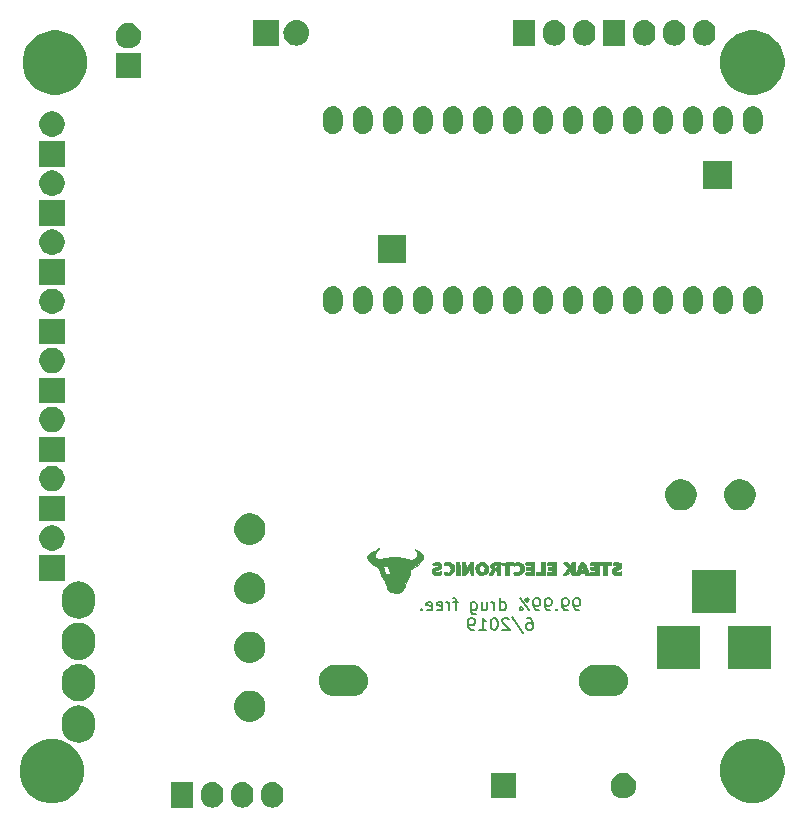
<source format=gbs>
G04 #@! TF.GenerationSoftware,KiCad,Pcbnew,5.0.0-rc2*
G04 #@! TF.CreationDate,2019-06-04T00:54:00-04:00*
G04 #@! TF.ProjectId,gassensor,67617373656E736F722E6B696361645F,rev?*
G04 #@! TF.SameCoordinates,Original*
G04 #@! TF.FileFunction,Soldermask,Bot*
G04 #@! TF.FilePolarity,Negative*
%FSLAX46Y46*%
G04 Gerber Fmt 4.6, Leading zero omitted, Abs format (unit mm)*
G04 Created by KiCad (PCBNEW 5.0.0-rc2) date Tue Jun  4 00:54:00 2019*
%MOMM*%
%LPD*%
G01*
G04 APERTURE LIST*
%ADD10C,0.152400*%
%ADD11C,0.010000*%
%ADD12C,0.100000*%
G04 APERTURE END LIST*
D10*
X147368380Y-110873419D02*
X147174857Y-110873419D01*
X147078095Y-110825038D01*
X147029714Y-110776657D01*
X146932952Y-110631514D01*
X146884571Y-110437990D01*
X146884571Y-110050942D01*
X146932952Y-109954180D01*
X146981333Y-109905800D01*
X147078095Y-109857419D01*
X147271619Y-109857419D01*
X147368380Y-109905800D01*
X147416761Y-109954180D01*
X147465142Y-110050942D01*
X147465142Y-110292847D01*
X147416761Y-110389609D01*
X147368380Y-110437990D01*
X147271619Y-110486371D01*
X147078095Y-110486371D01*
X146981333Y-110437990D01*
X146932952Y-110389609D01*
X146884571Y-110292847D01*
X146400761Y-110873419D02*
X146207238Y-110873419D01*
X146110476Y-110825038D01*
X146062095Y-110776657D01*
X145965333Y-110631514D01*
X145916952Y-110437990D01*
X145916952Y-110050942D01*
X145965333Y-109954180D01*
X146013714Y-109905800D01*
X146110476Y-109857419D01*
X146303999Y-109857419D01*
X146400761Y-109905800D01*
X146449142Y-109954180D01*
X146497523Y-110050942D01*
X146497523Y-110292847D01*
X146449142Y-110389609D01*
X146400761Y-110437990D01*
X146303999Y-110486371D01*
X146110476Y-110486371D01*
X146013714Y-110437990D01*
X145965333Y-110389609D01*
X145916952Y-110292847D01*
X145481523Y-110776657D02*
X145433142Y-110825038D01*
X145481523Y-110873419D01*
X145529904Y-110825038D01*
X145481523Y-110776657D01*
X145481523Y-110873419D01*
X144949333Y-110873419D02*
X144755809Y-110873419D01*
X144659047Y-110825038D01*
X144610666Y-110776657D01*
X144513904Y-110631514D01*
X144465523Y-110437990D01*
X144465523Y-110050942D01*
X144513904Y-109954180D01*
X144562285Y-109905800D01*
X144659047Y-109857419D01*
X144852571Y-109857419D01*
X144949333Y-109905800D01*
X144997714Y-109954180D01*
X145046095Y-110050942D01*
X145046095Y-110292847D01*
X144997714Y-110389609D01*
X144949333Y-110437990D01*
X144852571Y-110486371D01*
X144659047Y-110486371D01*
X144562285Y-110437990D01*
X144513904Y-110389609D01*
X144465523Y-110292847D01*
X143981714Y-110873419D02*
X143788190Y-110873419D01*
X143691428Y-110825038D01*
X143643047Y-110776657D01*
X143546285Y-110631514D01*
X143497904Y-110437990D01*
X143497904Y-110050942D01*
X143546285Y-109954180D01*
X143594666Y-109905800D01*
X143691428Y-109857419D01*
X143884952Y-109857419D01*
X143981714Y-109905800D01*
X144030095Y-109954180D01*
X144078476Y-110050942D01*
X144078476Y-110292847D01*
X144030095Y-110389609D01*
X143981714Y-110437990D01*
X143884952Y-110486371D01*
X143691428Y-110486371D01*
X143594666Y-110437990D01*
X143546285Y-110389609D01*
X143497904Y-110292847D01*
X143110857Y-110873419D02*
X142336761Y-109857419D01*
X142965714Y-109857419D02*
X142868952Y-109905800D01*
X142820571Y-110002561D01*
X142868952Y-110099323D01*
X142965714Y-110147704D01*
X143062476Y-110099323D01*
X143110857Y-110002561D01*
X143062476Y-109905800D01*
X142965714Y-109857419D01*
X142385142Y-110825038D02*
X142336761Y-110728276D01*
X142385142Y-110631514D01*
X142481904Y-110583133D01*
X142578666Y-110631514D01*
X142627047Y-110728276D01*
X142578666Y-110825038D01*
X142481904Y-110873419D01*
X142385142Y-110825038D01*
X140691809Y-110873419D02*
X140691809Y-109857419D01*
X140691809Y-110825038D02*
X140788571Y-110873419D01*
X140982095Y-110873419D01*
X141078857Y-110825038D01*
X141127238Y-110776657D01*
X141175619Y-110679895D01*
X141175619Y-110389609D01*
X141127238Y-110292847D01*
X141078857Y-110244466D01*
X140982095Y-110196085D01*
X140788571Y-110196085D01*
X140691809Y-110244466D01*
X140207999Y-110873419D02*
X140207999Y-110196085D01*
X140207999Y-110389609D02*
X140159619Y-110292847D01*
X140111238Y-110244466D01*
X140014476Y-110196085D01*
X139917714Y-110196085D01*
X139143619Y-110196085D02*
X139143619Y-110873419D01*
X139579047Y-110196085D02*
X139579047Y-110728276D01*
X139530666Y-110825038D01*
X139433904Y-110873419D01*
X139288761Y-110873419D01*
X139191999Y-110825038D01*
X139143619Y-110776657D01*
X138224380Y-110196085D02*
X138224380Y-111018561D01*
X138272761Y-111115323D01*
X138321142Y-111163704D01*
X138417904Y-111212085D01*
X138563047Y-111212085D01*
X138659809Y-111163704D01*
X138224380Y-110825038D02*
X138321142Y-110873419D01*
X138514666Y-110873419D01*
X138611428Y-110825038D01*
X138659809Y-110776657D01*
X138708190Y-110679895D01*
X138708190Y-110389609D01*
X138659809Y-110292847D01*
X138611428Y-110244466D01*
X138514666Y-110196085D01*
X138321142Y-110196085D01*
X138224380Y-110244466D01*
X137111619Y-110196085D02*
X136724571Y-110196085D01*
X136966476Y-110873419D02*
X136966476Y-110002561D01*
X136918095Y-109905800D01*
X136821333Y-109857419D01*
X136724571Y-109857419D01*
X136385904Y-110873419D02*
X136385904Y-110196085D01*
X136385904Y-110389609D02*
X136337523Y-110292847D01*
X136289142Y-110244466D01*
X136192380Y-110196085D01*
X136095619Y-110196085D01*
X135369904Y-110825038D02*
X135466666Y-110873419D01*
X135660190Y-110873419D01*
X135756952Y-110825038D01*
X135805333Y-110728276D01*
X135805333Y-110341228D01*
X135756952Y-110244466D01*
X135660190Y-110196085D01*
X135466666Y-110196085D01*
X135369904Y-110244466D01*
X135321523Y-110341228D01*
X135321523Y-110437990D01*
X135805333Y-110534752D01*
X134499047Y-110825038D02*
X134595809Y-110873419D01*
X134789333Y-110873419D01*
X134886095Y-110825038D01*
X134934476Y-110728276D01*
X134934476Y-110341228D01*
X134886095Y-110244466D01*
X134789333Y-110196085D01*
X134595809Y-110196085D01*
X134499047Y-110244466D01*
X134450666Y-110341228D01*
X134450666Y-110437990D01*
X134934476Y-110534752D01*
X134015238Y-110776657D02*
X133966857Y-110825038D01*
X134015238Y-110873419D01*
X134063619Y-110825038D01*
X134015238Y-110776657D01*
X134015238Y-110873419D01*
X142989904Y-111533819D02*
X143183428Y-111533819D01*
X143280190Y-111582200D01*
X143328571Y-111630580D01*
X143425333Y-111775723D01*
X143473714Y-111969247D01*
X143473714Y-112356295D01*
X143425333Y-112453057D01*
X143376952Y-112501438D01*
X143280190Y-112549819D01*
X143086666Y-112549819D01*
X142989904Y-112501438D01*
X142941523Y-112453057D01*
X142893142Y-112356295D01*
X142893142Y-112114390D01*
X142941523Y-112017628D01*
X142989904Y-111969247D01*
X143086666Y-111920866D01*
X143280190Y-111920866D01*
X143376952Y-111969247D01*
X143425333Y-112017628D01*
X143473714Y-112114390D01*
X141732000Y-111485438D02*
X142602857Y-112791723D01*
X141441714Y-111630580D02*
X141393333Y-111582200D01*
X141296571Y-111533819D01*
X141054666Y-111533819D01*
X140957904Y-111582200D01*
X140909523Y-111630580D01*
X140861142Y-111727342D01*
X140861142Y-111824104D01*
X140909523Y-111969247D01*
X141490095Y-112549819D01*
X140861142Y-112549819D01*
X140232190Y-111533819D02*
X140135428Y-111533819D01*
X140038666Y-111582200D01*
X139990285Y-111630580D01*
X139941904Y-111727342D01*
X139893523Y-111920866D01*
X139893523Y-112162771D01*
X139941904Y-112356295D01*
X139990285Y-112453057D01*
X140038666Y-112501438D01*
X140135428Y-112549819D01*
X140232190Y-112549819D01*
X140328952Y-112501438D01*
X140377333Y-112453057D01*
X140425714Y-112356295D01*
X140474095Y-112162771D01*
X140474095Y-111920866D01*
X140425714Y-111727342D01*
X140377333Y-111630580D01*
X140328952Y-111582200D01*
X140232190Y-111533819D01*
X138925904Y-112549819D02*
X139506476Y-112549819D01*
X139216190Y-112549819D02*
X139216190Y-111533819D01*
X139312952Y-111678961D01*
X139409714Y-111775723D01*
X139506476Y-111824104D01*
X138442095Y-112549819D02*
X138248571Y-112549819D01*
X138151809Y-112501438D01*
X138103428Y-112453057D01*
X138006666Y-112307914D01*
X137958285Y-112114390D01*
X137958285Y-111727342D01*
X138006666Y-111630580D01*
X138055047Y-111582200D01*
X138151809Y-111533819D01*
X138345333Y-111533819D01*
X138442095Y-111582200D01*
X138490476Y-111630580D01*
X138538857Y-111727342D01*
X138538857Y-111969247D01*
X138490476Y-112066009D01*
X138442095Y-112114390D01*
X138345333Y-112162771D01*
X138151809Y-112162771D01*
X138055047Y-112114390D01*
X138006666Y-112066009D01*
X137958285Y-111969247D01*
D11*
G04 #@! TO.C,G\002A\002A\002A*
G36*
X135106543Y-106831065D02*
X134992363Y-106868149D01*
X134949089Y-106935057D01*
X134951948Y-106985716D01*
X134998236Y-107051496D01*
X135060401Y-107052683D01*
X135244404Y-107028325D01*
X135375903Y-107043661D01*
X135439311Y-107096570D01*
X135441451Y-107104549D01*
X135425586Y-107164801D01*
X135337959Y-107203811D01*
X135292114Y-107213674D01*
X135094666Y-107279692D01*
X134963849Y-107383398D01*
X134906213Y-107511920D01*
X134928306Y-107652381D01*
X135010446Y-107767372D01*
X135156709Y-107852541D01*
X135367364Y-107877897D01*
X135624454Y-107848136D01*
X135702472Y-107808784D01*
X135727931Y-107714767D01*
X135728364Y-107692169D01*
X135728364Y-107556215D01*
X135555718Y-107628351D01*
X135403521Y-107671729D01*
X135277160Y-107671974D01*
X135197705Y-107632419D01*
X135182903Y-107569367D01*
X135239353Y-107504537D01*
X135369646Y-107456581D01*
X135379929Y-107454366D01*
X135578164Y-107384336D01*
X135693982Y-107273402D01*
X135728364Y-107134661D01*
X135690989Y-106976224D01*
X135579370Y-106872251D01*
X135394269Y-106823304D01*
X135301182Y-106819253D01*
X135106543Y-106831065D01*
X135106543Y-106831065D01*
G37*
X135106543Y-106831065D02*
X134992363Y-106868149D01*
X134949089Y-106935057D01*
X134951948Y-106985716D01*
X134998236Y-107051496D01*
X135060401Y-107052683D01*
X135244404Y-107028325D01*
X135375903Y-107043661D01*
X135439311Y-107096570D01*
X135441451Y-107104549D01*
X135425586Y-107164801D01*
X135337959Y-107203811D01*
X135292114Y-107213674D01*
X135094666Y-107279692D01*
X134963849Y-107383398D01*
X134906213Y-107511920D01*
X134928306Y-107652381D01*
X135010446Y-107767372D01*
X135156709Y-107852541D01*
X135367364Y-107877897D01*
X135624454Y-107848136D01*
X135702472Y-107808784D01*
X135727931Y-107714767D01*
X135728364Y-107692169D01*
X135728364Y-107556215D01*
X135555718Y-107628351D01*
X135403521Y-107671729D01*
X135277160Y-107671974D01*
X135197705Y-107632419D01*
X135182903Y-107569367D01*
X135239353Y-107504537D01*
X135369646Y-107456581D01*
X135379929Y-107454366D01*
X135578164Y-107384336D01*
X135693982Y-107273402D01*
X135728364Y-107134661D01*
X135690989Y-106976224D01*
X135579370Y-106872251D01*
X135394269Y-106823304D01*
X135301182Y-106819253D01*
X135106543Y-106831065D01*
G36*
X136098714Y-106826271D02*
X135982931Y-106854269D01*
X135926467Y-106909772D01*
X135913091Y-106988235D01*
X135925081Y-107068521D01*
X135978685Y-107077389D01*
X136017000Y-107065596D01*
X136216314Y-107028199D01*
X136371499Y-107064897D01*
X136473493Y-107170407D01*
X136513236Y-107339444D01*
X136513454Y-107355165D01*
X136478023Y-107509829D01*
X136386397Y-107623135D01*
X136260576Y-107679169D01*
X136122560Y-107662014D01*
X136102599Y-107652377D01*
X135987983Y-107607812D01*
X135928293Y-107632039D01*
X135913091Y-107713705D01*
X135947564Y-107814285D01*
X136017000Y-107851620D01*
X136208357Y-107877872D01*
X136406852Y-107866245D01*
X136559636Y-107821955D01*
X136654216Y-107743651D01*
X136743639Y-107621676D01*
X136760672Y-107589719D01*
X136820601Y-107372798D01*
X136790716Y-107162480D01*
X136673309Y-106972270D01*
X136652156Y-106950143D01*
X136550278Y-106866177D01*
X136439791Y-106827465D01*
X136289875Y-106818546D01*
X136098714Y-106826271D01*
X136098714Y-106826271D01*
G37*
X136098714Y-106826271D02*
X135982931Y-106854269D01*
X135926467Y-106909772D01*
X135913091Y-106988235D01*
X135925081Y-107068521D01*
X135978685Y-107077389D01*
X136017000Y-107065596D01*
X136216314Y-107028199D01*
X136371499Y-107064897D01*
X136473493Y-107170407D01*
X136513236Y-107339444D01*
X136513454Y-107355165D01*
X136478023Y-107509829D01*
X136386397Y-107623135D01*
X136260576Y-107679169D01*
X136122560Y-107662014D01*
X136102599Y-107652377D01*
X135987983Y-107607812D01*
X135928293Y-107632039D01*
X135913091Y-107713705D01*
X135947564Y-107814285D01*
X136017000Y-107851620D01*
X136208357Y-107877872D01*
X136406852Y-107866245D01*
X136559636Y-107821955D01*
X136654216Y-107743651D01*
X136743639Y-107621676D01*
X136760672Y-107589719D01*
X136820601Y-107372798D01*
X136790716Y-107162480D01*
X136673309Y-106972270D01*
X136652156Y-106950143D01*
X136550278Y-106866177D01*
X136439791Y-106827465D01*
X136289875Y-106818546D01*
X136098714Y-106826271D01*
G36*
X136975273Y-107880728D02*
X137106121Y-107880728D01*
X137207370Y-107874715D01*
X137256212Y-107861671D01*
X137262721Y-107810609D01*
X137265653Y-107686727D01*
X137264833Y-107509506D01*
X137261028Y-107330580D01*
X137246602Y-106818546D01*
X136975273Y-106818546D01*
X136975273Y-107880728D01*
X136975273Y-107880728D01*
G37*
X136975273Y-107880728D02*
X137106121Y-107880728D01*
X137207370Y-107874715D01*
X137256212Y-107861671D01*
X137262721Y-107810609D01*
X137265653Y-107686727D01*
X137264833Y-107509506D01*
X137261028Y-107330580D01*
X137246602Y-106818546D01*
X136975273Y-106818546D01*
X136975273Y-107880728D01*
G36*
X138175528Y-106825293D02*
X138113743Y-106857184D01*
X138053322Y-106931695D01*
X137976607Y-107066298D01*
X137944604Y-107127080D01*
X137783454Y-107435614D01*
X137769799Y-107127080D01*
X137760981Y-106963130D01*
X137746139Y-106870855D01*
X137715251Y-106829654D01*
X137658295Y-106818923D01*
X137619708Y-106818546D01*
X137483273Y-106818546D01*
X137483273Y-107886303D01*
X137649061Y-107871970D01*
X137736624Y-107858146D01*
X137802783Y-107822707D01*
X137865684Y-107747643D01*
X137943475Y-107614947D01*
X137983880Y-107539717D01*
X138152909Y-107221798D01*
X138166478Y-107551263D01*
X138175403Y-107722239D01*
X138189678Y-107820773D01*
X138216972Y-107866757D01*
X138264951Y-107880084D01*
X138293478Y-107880728D01*
X138406909Y-107880728D01*
X138406909Y-106818546D01*
X138256331Y-106818546D01*
X138175528Y-106825293D01*
X138175528Y-106825293D01*
G37*
X138175528Y-106825293D02*
X138113743Y-106857184D01*
X138053322Y-106931695D01*
X137976607Y-107066298D01*
X137944604Y-107127080D01*
X137783454Y-107435614D01*
X137769799Y-107127080D01*
X137760981Y-106963130D01*
X137746139Y-106870855D01*
X137715251Y-106829654D01*
X137658295Y-106818923D01*
X137619708Y-106818546D01*
X137483273Y-106818546D01*
X137483273Y-107886303D01*
X137649061Y-107871970D01*
X137736624Y-107858146D01*
X137802783Y-107822707D01*
X137865684Y-107747643D01*
X137943475Y-107614947D01*
X137983880Y-107539717D01*
X138152909Y-107221798D01*
X138166478Y-107551263D01*
X138175403Y-107722239D01*
X138189678Y-107820773D01*
X138216972Y-107866757D01*
X138264951Y-107880084D01*
X138293478Y-107880728D01*
X138406909Y-107880728D01*
X138406909Y-106818546D01*
X138256331Y-106818546D01*
X138175528Y-106825293D01*
G36*
X138979561Y-106825752D02*
X138871295Y-106854818D01*
X138783762Y-106916915D01*
X138760692Y-106939176D01*
X138651373Y-107103053D01*
X138603324Y-107296489D01*
X138614869Y-107493731D01*
X138684331Y-107669026D01*
X138810035Y-107796618D01*
X138816753Y-107800687D01*
X138987938Y-107860530D01*
X139193792Y-107875192D01*
X139387030Y-107842085D01*
X139411072Y-107833215D01*
X139545149Y-107733998D01*
X139641093Y-107576801D01*
X139688828Y-107391642D01*
X139685120Y-107327288D01*
X139380344Y-107327288D01*
X139357093Y-107493551D01*
X139327477Y-107563188D01*
X139244685Y-107635186D01*
X139129015Y-107646245D01*
X139012406Y-107601225D01*
X138926797Y-107504989D01*
X138925332Y-107501974D01*
X138888994Y-107333792D01*
X138931751Y-107176384D01*
X139036036Y-107064583D01*
X139123742Y-107018832D01*
X139196437Y-107029801D01*
X139261273Y-107068299D01*
X139346947Y-107174646D01*
X139380344Y-107327288D01*
X139685120Y-107327288D01*
X139678277Y-107208538D01*
X139648047Y-107127237D01*
X139539695Y-106957168D01*
X139415084Y-106861289D01*
X139245843Y-106822223D01*
X139144066Y-106818546D01*
X138979561Y-106825752D01*
X138979561Y-106825752D01*
G37*
X138979561Y-106825752D02*
X138871295Y-106854818D01*
X138783762Y-106916915D01*
X138760692Y-106939176D01*
X138651373Y-107103053D01*
X138603324Y-107296489D01*
X138614869Y-107493731D01*
X138684331Y-107669026D01*
X138810035Y-107796618D01*
X138816753Y-107800687D01*
X138987938Y-107860530D01*
X139193792Y-107875192D01*
X139387030Y-107842085D01*
X139411072Y-107833215D01*
X139545149Y-107733998D01*
X139641093Y-107576801D01*
X139688828Y-107391642D01*
X139685120Y-107327288D01*
X139380344Y-107327288D01*
X139357093Y-107493551D01*
X139327477Y-107563188D01*
X139244685Y-107635186D01*
X139129015Y-107646245D01*
X139012406Y-107601225D01*
X138926797Y-107504989D01*
X138925332Y-107501974D01*
X138888994Y-107333792D01*
X138931751Y-107176384D01*
X139036036Y-107064583D01*
X139123742Y-107018832D01*
X139196437Y-107029801D01*
X139261273Y-107068299D01*
X139346947Y-107174646D01*
X139380344Y-107327288D01*
X139685120Y-107327288D01*
X139678277Y-107208538D01*
X139648047Y-107127237D01*
X139539695Y-106957168D01*
X139415084Y-106861289D01*
X139245843Y-106822223D01*
X139144066Y-106818546D01*
X138979561Y-106825752D01*
G36*
X140176356Y-106821909D02*
X140067910Y-106837302D01*
X139997384Y-106872682D01*
X139937598Y-106936005D01*
X139934261Y-106940228D01*
X139868183Y-107040040D01*
X139838653Y-107115896D01*
X139838545Y-107118728D01*
X139865174Y-107191804D01*
X139929720Y-107291391D01*
X139934261Y-107297227D01*
X139986441Y-107377825D01*
X139990411Y-107417920D01*
X139985529Y-107418910D01*
X139947347Y-107456144D01*
X139888034Y-107547928D01*
X139823910Y-107664379D01*
X139771295Y-107775617D01*
X139746511Y-107851761D01*
X139746182Y-107857133D01*
X139786736Y-107872959D01*
X139885994Y-107880600D01*
X139902215Y-107880728D01*
X140019062Y-107865429D01*
X140086984Y-107801473D01*
X140117266Y-107738249D01*
X140196143Y-107590976D01*
X140283958Y-107493168D01*
X140349844Y-107465091D01*
X140375420Y-107506375D01*
X140390761Y-107610824D01*
X140392727Y-107672910D01*
X140396743Y-107800700D01*
X140419932Y-107861226D01*
X140479005Y-107879553D01*
X140531273Y-107880728D01*
X140669818Y-107880728D01*
X140669818Y-107164910D01*
X140392727Y-107164910D01*
X140365176Y-107257632D01*
X140297422Y-107276512D01*
X140211818Y-107215664D01*
X140209679Y-107213114D01*
X140177180Y-107126383D01*
X140224469Y-107065286D01*
X140303089Y-107049455D01*
X140373795Y-107077991D01*
X140392727Y-107164910D01*
X140669818Y-107164910D01*
X140669818Y-106818546D01*
X140349897Y-106818546D01*
X140176356Y-106821909D01*
X140176356Y-106821909D01*
G37*
X140176356Y-106821909D02*
X140067910Y-106837302D01*
X139997384Y-106872682D01*
X139937598Y-106936005D01*
X139934261Y-106940228D01*
X139868183Y-107040040D01*
X139838653Y-107115896D01*
X139838545Y-107118728D01*
X139865174Y-107191804D01*
X139929720Y-107291391D01*
X139934261Y-107297227D01*
X139986441Y-107377825D01*
X139990411Y-107417920D01*
X139985529Y-107418910D01*
X139947347Y-107456144D01*
X139888034Y-107547928D01*
X139823910Y-107664379D01*
X139771295Y-107775617D01*
X139746511Y-107851761D01*
X139746182Y-107857133D01*
X139786736Y-107872959D01*
X139885994Y-107880600D01*
X139902215Y-107880728D01*
X140019062Y-107865429D01*
X140086984Y-107801473D01*
X140117266Y-107738249D01*
X140196143Y-107590976D01*
X140283958Y-107493168D01*
X140349844Y-107465091D01*
X140375420Y-107506375D01*
X140390761Y-107610824D01*
X140392727Y-107672910D01*
X140396743Y-107800700D01*
X140419932Y-107861226D01*
X140479005Y-107879553D01*
X140531273Y-107880728D01*
X140669818Y-107880728D01*
X140669818Y-107164910D01*
X140392727Y-107164910D01*
X140365176Y-107257632D01*
X140297422Y-107276512D01*
X140211818Y-107215664D01*
X140209679Y-107213114D01*
X140177180Y-107126383D01*
X140224469Y-107065286D01*
X140303089Y-107049455D01*
X140373795Y-107077991D01*
X140392727Y-107164910D01*
X140669818Y-107164910D01*
X140669818Y-106818546D01*
X140349897Y-106818546D01*
X140176356Y-106821909D01*
G36*
X141281727Y-106828529D02*
X141062203Y-106835533D01*
X140918931Y-106844938D01*
X140835807Y-106860165D01*
X140796726Y-106884636D01*
X140785581Y-106921772D01*
X140785273Y-106934000D01*
X140805147Y-106998498D01*
X140880228Y-107030930D01*
X140958454Y-107040697D01*
X141131636Y-107055031D01*
X141131636Y-107880728D01*
X141408727Y-107880728D01*
X141408727Y-107049455D01*
X141593454Y-107049455D01*
X141712409Y-107043222D01*
X141765284Y-107013536D01*
X141778100Y-106943912D01*
X141778182Y-106932438D01*
X141778182Y-106815421D01*
X141281727Y-106828529D01*
X141281727Y-106828529D01*
G37*
X141281727Y-106828529D02*
X141062203Y-106835533D01*
X140918931Y-106844938D01*
X140835807Y-106860165D01*
X140796726Y-106884636D01*
X140785581Y-106921772D01*
X140785273Y-106934000D01*
X140805147Y-106998498D01*
X140880228Y-107030930D01*
X140958454Y-107040697D01*
X141131636Y-107055031D01*
X141131636Y-107880728D01*
X141408727Y-107880728D01*
X141408727Y-107049455D01*
X141593454Y-107049455D01*
X141712409Y-107043222D01*
X141765284Y-107013536D01*
X141778100Y-106943912D01*
X141778182Y-106932438D01*
X141778182Y-106815421D01*
X141281727Y-106828529D01*
G36*
X142129044Y-106828071D02*
X141973643Y-106838010D01*
X141887789Y-106856287D01*
X141848712Y-106894171D01*
X141833641Y-106962935D01*
X141832228Y-106974990D01*
X141830816Y-107066416D01*
X141864418Y-107087372D01*
X141894246Y-107078702D01*
X142055903Y-107026486D01*
X142167734Y-107022705D01*
X142260226Y-107070180D01*
X142312109Y-107117366D01*
X142395273Y-107221265D01*
X142415266Y-107323243D01*
X142406658Y-107387334D01*
X142341075Y-107558007D01*
X142225800Y-107650994D01*
X142061751Y-107665871D01*
X141897927Y-107621984D01*
X141842013Y-107623426D01*
X141824474Y-107698056D01*
X141824364Y-107709209D01*
X141850506Y-107807574D01*
X141897413Y-107852696D01*
X142051821Y-107879462D01*
X142239054Y-107869238D01*
X142409117Y-107825918D01*
X142443445Y-107810188D01*
X142584757Y-107714930D01*
X142664555Y-107595833D01*
X142697223Y-107426209D01*
X142700349Y-107333529D01*
X142694323Y-107178645D01*
X142664117Y-107076515D01*
X142595011Y-106988015D01*
X142556225Y-106950508D01*
X142465227Y-106874272D01*
X142379457Y-106835474D01*
X142264129Y-106824145D01*
X142129044Y-106828071D01*
X142129044Y-106828071D01*
G37*
X142129044Y-106828071D02*
X141973643Y-106838010D01*
X141887789Y-106856287D01*
X141848712Y-106894171D01*
X141833641Y-106962935D01*
X141832228Y-106974990D01*
X141830816Y-107066416D01*
X141864418Y-107087372D01*
X141894246Y-107078702D01*
X142055903Y-107026486D01*
X142167734Y-107022705D01*
X142260226Y-107070180D01*
X142312109Y-107117366D01*
X142395273Y-107221265D01*
X142415266Y-107323243D01*
X142406658Y-107387334D01*
X142341075Y-107558007D01*
X142225800Y-107650994D01*
X142061751Y-107665871D01*
X141897927Y-107621984D01*
X141842013Y-107623426D01*
X141824474Y-107698056D01*
X141824364Y-107709209D01*
X141850506Y-107807574D01*
X141897413Y-107852696D01*
X142051821Y-107879462D01*
X142239054Y-107869238D01*
X142409117Y-107825918D01*
X142443445Y-107810188D01*
X142584757Y-107714930D01*
X142664555Y-107595833D01*
X142697223Y-107426209D01*
X142700349Y-107333529D01*
X142694323Y-107178645D01*
X142664117Y-107076515D01*
X142595011Y-106988015D01*
X142556225Y-106950508D01*
X142465227Y-106874272D01*
X142379457Y-106835474D01*
X142264129Y-106824145D01*
X142129044Y-106828071D01*
G36*
X143026584Y-106819776D02*
X142916867Y-106827393D01*
X142861822Y-106847286D01*
X142842605Y-106885343D01*
X142840364Y-106934000D01*
X142847850Y-107002522D01*
X142886057Y-107036705D01*
X142978603Y-107048361D01*
X143071273Y-107049455D01*
X143211716Y-107055221D01*
X143281535Y-107077509D01*
X143302025Y-107123803D01*
X143302182Y-107130606D01*
X143287299Y-107180199D01*
X143227544Y-107199546D01*
X143100252Y-107195691D01*
X143094364Y-107195228D01*
X142966835Y-107188369D01*
X142906326Y-107204882D01*
X142887850Y-107259998D01*
X142886545Y-107321896D01*
X142892192Y-107409924D01*
X142925858Y-107451614D01*
X143012637Y-107464256D01*
X143094364Y-107465091D01*
X143224233Y-107471135D01*
X143285645Y-107496229D01*
X143302102Y-107550820D01*
X143302182Y-107557455D01*
X143290025Y-107612855D01*
X143238423Y-107640485D01*
X143124682Y-107649423D01*
X143071273Y-107649819D01*
X142934230Y-107653562D01*
X142865863Y-107672665D01*
X142842551Y-107718939D01*
X142840364Y-107765273D01*
X142844301Y-107822534D01*
X142868675Y-107856820D01*
X142932332Y-107874022D01*
X143054116Y-107880027D01*
X143209818Y-107880728D01*
X143579273Y-107880728D01*
X143579273Y-106818546D01*
X143209818Y-106818546D01*
X143026584Y-106819776D01*
X143026584Y-106819776D01*
G37*
X143026584Y-106819776D02*
X142916867Y-106827393D01*
X142861822Y-106847286D01*
X142842605Y-106885343D01*
X142840364Y-106934000D01*
X142847850Y-107002522D01*
X142886057Y-107036705D01*
X142978603Y-107048361D01*
X143071273Y-107049455D01*
X143211716Y-107055221D01*
X143281535Y-107077509D01*
X143302025Y-107123803D01*
X143302182Y-107130606D01*
X143287299Y-107180199D01*
X143227544Y-107199546D01*
X143100252Y-107195691D01*
X143094364Y-107195228D01*
X142966835Y-107188369D01*
X142906326Y-107204882D01*
X142887850Y-107259998D01*
X142886545Y-107321896D01*
X142892192Y-107409924D01*
X142925858Y-107451614D01*
X143012637Y-107464256D01*
X143094364Y-107465091D01*
X143224233Y-107471135D01*
X143285645Y-107496229D01*
X143302102Y-107550820D01*
X143302182Y-107557455D01*
X143290025Y-107612855D01*
X143238423Y-107640485D01*
X143124682Y-107649423D01*
X143071273Y-107649819D01*
X142934230Y-107653562D01*
X142865863Y-107672665D01*
X142842551Y-107718939D01*
X142840364Y-107765273D01*
X142844301Y-107822534D01*
X142868675Y-107856820D01*
X142932332Y-107874022D01*
X143054116Y-107880027D01*
X143209818Y-107880728D01*
X143579273Y-107880728D01*
X143579273Y-106818546D01*
X143209818Y-106818546D01*
X143026584Y-106819776D01*
G36*
X144179636Y-107649819D02*
X143948727Y-107649819D01*
X143811685Y-107653562D01*
X143743318Y-107672665D01*
X143720006Y-107718939D01*
X143717818Y-107765273D01*
X143721422Y-107821182D01*
X143744426Y-107855303D01*
X143805115Y-107873015D01*
X143921778Y-107879697D01*
X144110364Y-107880728D01*
X144502909Y-107880728D01*
X144502909Y-106818546D01*
X144179636Y-106818546D01*
X144179636Y-107649819D01*
X144179636Y-107649819D01*
G37*
X144179636Y-107649819D02*
X143948727Y-107649819D01*
X143811685Y-107653562D01*
X143743318Y-107672665D01*
X143720006Y-107718939D01*
X143717818Y-107765273D01*
X143721422Y-107821182D01*
X143744426Y-107855303D01*
X143805115Y-107873015D01*
X143921778Y-107879697D01*
X144110364Y-107880728D01*
X144502909Y-107880728D01*
X144502909Y-106818546D01*
X144179636Y-106818546D01*
X144179636Y-107649819D01*
G36*
X144873857Y-106819776D02*
X144764140Y-106827393D01*
X144709095Y-106847286D01*
X144689878Y-106885343D01*
X144687636Y-106934000D01*
X144696250Y-107005245D01*
X144738589Y-107039000D01*
X144839401Y-107049014D01*
X144895454Y-107049455D01*
X145032430Y-107058521D01*
X145094823Y-107089346D01*
X145103273Y-107118728D01*
X145072769Y-107166895D01*
X144971653Y-107186743D01*
X144918545Y-107188000D01*
X144800097Y-107193471D01*
X144747441Y-107223119D01*
X144734110Y-107296796D01*
X144733818Y-107326546D01*
X144741113Y-107415382D01*
X144780643Y-107454874D01*
X144878879Y-107464873D01*
X144918545Y-107465091D01*
X145039401Y-107472837D01*
X145092814Y-107504143D01*
X145103273Y-107557455D01*
X145091116Y-107612855D01*
X145039514Y-107640485D01*
X144925773Y-107649423D01*
X144872364Y-107649819D01*
X144735321Y-107653562D01*
X144666954Y-107672665D01*
X144643642Y-107718939D01*
X144641454Y-107765273D01*
X144645059Y-107821182D01*
X144668062Y-107855303D01*
X144728752Y-107873015D01*
X144845414Y-107879697D01*
X145034000Y-107880728D01*
X145426545Y-107880728D01*
X145426545Y-106818546D01*
X145057091Y-106818546D01*
X144873857Y-106819776D01*
X144873857Y-106819776D01*
G37*
X144873857Y-106819776D02*
X144764140Y-106827393D01*
X144709095Y-106847286D01*
X144689878Y-106885343D01*
X144687636Y-106934000D01*
X144696250Y-107005245D01*
X144738589Y-107039000D01*
X144839401Y-107049014D01*
X144895454Y-107049455D01*
X145032430Y-107058521D01*
X145094823Y-107089346D01*
X145103273Y-107118728D01*
X145072769Y-107166895D01*
X144971653Y-107186743D01*
X144918545Y-107188000D01*
X144800097Y-107193471D01*
X144747441Y-107223119D01*
X144734110Y-107296796D01*
X144733818Y-107326546D01*
X144741113Y-107415382D01*
X144780643Y-107454874D01*
X144878879Y-107464873D01*
X144918545Y-107465091D01*
X145039401Y-107472837D01*
X145092814Y-107504143D01*
X145103273Y-107557455D01*
X145091116Y-107612855D01*
X145039514Y-107640485D01*
X144925773Y-107649423D01*
X144872364Y-107649819D01*
X144735321Y-107653562D01*
X144666954Y-107672665D01*
X144643642Y-107718939D01*
X144641454Y-107765273D01*
X144645059Y-107821182D01*
X144668062Y-107855303D01*
X144728752Y-107873015D01*
X144845414Y-107879697D01*
X145034000Y-107880728D01*
X145426545Y-107880728D01*
X145426545Y-106818546D01*
X145057091Y-106818546D01*
X144873857Y-106819776D01*
G36*
X146770818Y-106828127D02*
X146728769Y-106874917D01*
X146711359Y-106985989D01*
X146710879Y-106991728D01*
X146696545Y-107164910D01*
X146535229Y-106991728D01*
X146417451Y-106881251D01*
X146312336Y-106829896D01*
X146200411Y-106818546D01*
X146088898Y-106824688D01*
X146029771Y-106839917D01*
X146026909Y-106844635D01*
X146057545Y-106887515D01*
X146137973Y-106975208D01*
X146250972Y-107088966D01*
X146254265Y-107092176D01*
X146481621Y-107313628D01*
X146231174Y-107560964D01*
X146111451Y-107683635D01*
X146022891Y-107782826D01*
X145981818Y-107840056D01*
X145980727Y-107844514D01*
X146021519Y-107867898D01*
X146122534Y-107880183D01*
X146152161Y-107880728D01*
X146269062Y-107866913D01*
X146374692Y-107814523D01*
X146500261Y-107707141D01*
X146521616Y-107686385D01*
X146719636Y-107492042D01*
X146719636Y-107686385D01*
X146724429Y-107808781D01*
X146751098Y-107864743D01*
X146818085Y-107880135D01*
X146858182Y-107880728D01*
X146996727Y-107880728D01*
X146996727Y-106818546D01*
X146860970Y-106818546D01*
X146770818Y-106828127D01*
X146770818Y-106828127D01*
G37*
X146770818Y-106828127D02*
X146728769Y-106874917D01*
X146711359Y-106985989D01*
X146710879Y-106991728D01*
X146696545Y-107164910D01*
X146535229Y-106991728D01*
X146417451Y-106881251D01*
X146312336Y-106829896D01*
X146200411Y-106818546D01*
X146088898Y-106824688D01*
X146029771Y-106839917D01*
X146026909Y-106844635D01*
X146057545Y-106887515D01*
X146137973Y-106975208D01*
X146250972Y-107088966D01*
X146254265Y-107092176D01*
X146481621Y-107313628D01*
X146231174Y-107560964D01*
X146111451Y-107683635D01*
X146022891Y-107782826D01*
X145981818Y-107840056D01*
X145980727Y-107844514D01*
X146021519Y-107867898D01*
X146122534Y-107880183D01*
X146152161Y-107880728D01*
X146269062Y-107866913D01*
X146374692Y-107814523D01*
X146500261Y-107707141D01*
X146521616Y-107686385D01*
X146719636Y-107492042D01*
X146719636Y-107686385D01*
X146724429Y-107808781D01*
X146751098Y-107864743D01*
X146818085Y-107880135D01*
X146858182Y-107880728D01*
X146996727Y-107880728D01*
X146996727Y-106818546D01*
X146860970Y-106818546D01*
X146770818Y-106828127D01*
G36*
X147522312Y-106829493D02*
X147456339Y-106875709D01*
X147422597Y-106945546D01*
X147381248Y-107057690D01*
X147322759Y-107217233D01*
X147274390Y-107349637D01*
X147213891Y-107514062D01*
X147160245Y-107657364D01*
X147131214Y-107732810D01*
X147097122Y-107829702D01*
X147112260Y-107871072D01*
X147194869Y-107880562D01*
X147245341Y-107880728D01*
X147363890Y-107864661D01*
X147419413Y-107807916D01*
X147425745Y-107788364D01*
X147461580Y-107727257D01*
X147543756Y-107700401D01*
X147643273Y-107696000D01*
X147773687Y-107705484D01*
X147839302Y-107741380D01*
X147860801Y-107788364D01*
X147905656Y-107855958D01*
X148007940Y-107880007D01*
X148041204Y-107880728D01*
X148145961Y-107876578D01*
X148196597Y-107866419D01*
X148197454Y-107864744D01*
X148193193Y-107847579D01*
X148177891Y-107801763D01*
X148147771Y-107716832D01*
X148099056Y-107582322D01*
X148027968Y-107387769D01*
X148020634Y-107367776D01*
X147728627Y-107367776D01*
X147715453Y-107441162D01*
X147638332Y-107465091D01*
X147567963Y-107445819D01*
X147569059Y-107392041D01*
X147595589Y-107279132D01*
X147598560Y-107241951D01*
X147607238Y-107195014D01*
X147641637Y-107221139D01*
X147667832Y-107254554D01*
X147728627Y-107367776D01*
X148020634Y-107367776D01*
X147930730Y-107122710D01*
X147865640Y-106945546D01*
X147819142Y-106859773D01*
X147742787Y-106824260D01*
X147644358Y-106818546D01*
X147522312Y-106829493D01*
X147522312Y-106829493D01*
G37*
X147522312Y-106829493D02*
X147456339Y-106875709D01*
X147422597Y-106945546D01*
X147381248Y-107057690D01*
X147322759Y-107217233D01*
X147274390Y-107349637D01*
X147213891Y-107514062D01*
X147160245Y-107657364D01*
X147131214Y-107732810D01*
X147097122Y-107829702D01*
X147112260Y-107871072D01*
X147194869Y-107880562D01*
X147245341Y-107880728D01*
X147363890Y-107864661D01*
X147419413Y-107807916D01*
X147425745Y-107788364D01*
X147461580Y-107727257D01*
X147543756Y-107700401D01*
X147643273Y-107696000D01*
X147773687Y-107705484D01*
X147839302Y-107741380D01*
X147860801Y-107788364D01*
X147905656Y-107855958D01*
X148007940Y-107880007D01*
X148041204Y-107880728D01*
X148145961Y-107876578D01*
X148196597Y-107866419D01*
X148197454Y-107864744D01*
X148193193Y-107847579D01*
X148177891Y-107801763D01*
X148147771Y-107716832D01*
X148099056Y-107582322D01*
X148027968Y-107387769D01*
X148020634Y-107367776D01*
X147728627Y-107367776D01*
X147715453Y-107441162D01*
X147638332Y-107465091D01*
X147567963Y-107445819D01*
X147569059Y-107392041D01*
X147595589Y-107279132D01*
X147598560Y-107241951D01*
X147607238Y-107195014D01*
X147641637Y-107221139D01*
X147667832Y-107254554D01*
X147728627Y-107367776D01*
X148020634Y-107367776D01*
X147930730Y-107122710D01*
X147865640Y-106945546D01*
X147819142Y-106859773D01*
X147742787Y-106824260D01*
X147644358Y-106818546D01*
X147522312Y-106829493D01*
G36*
X148476038Y-106819776D02*
X148366321Y-106827393D01*
X148311277Y-106847286D01*
X148292060Y-106885343D01*
X148289818Y-106934000D01*
X148298432Y-107005245D01*
X148340771Y-107039000D01*
X148441583Y-107049014D01*
X148497636Y-107049455D01*
X148636573Y-107059211D01*
X148698780Y-107091440D01*
X148705454Y-107116072D01*
X148664912Y-107166565D01*
X148540030Y-107194245D01*
X148509182Y-107196891D01*
X148385009Y-107212150D01*
X148328030Y-107244967D01*
X148313082Y-107311963D01*
X148312909Y-107326546D01*
X148323577Y-107400361D01*
X148372357Y-107437407D01*
X148484413Y-107454307D01*
X148509182Y-107456201D01*
X148636413Y-107473669D01*
X148694129Y-107509526D01*
X148705454Y-107560110D01*
X148692471Y-107614050D01*
X148638546Y-107640942D01*
X148521214Y-107649513D01*
X148474545Y-107649819D01*
X148337503Y-107653562D01*
X148269136Y-107672665D01*
X148245824Y-107718939D01*
X148243636Y-107765273D01*
X148247240Y-107821182D01*
X148270244Y-107855303D01*
X148330934Y-107873015D01*
X148447596Y-107879697D01*
X148636182Y-107880728D01*
X149028727Y-107880728D01*
X149028727Y-106818546D01*
X148659273Y-106818546D01*
X148476038Y-106819776D01*
X148476038Y-106819776D01*
G37*
X148476038Y-106819776D02*
X148366321Y-106827393D01*
X148311277Y-106847286D01*
X148292060Y-106885343D01*
X148289818Y-106934000D01*
X148298432Y-107005245D01*
X148340771Y-107039000D01*
X148441583Y-107049014D01*
X148497636Y-107049455D01*
X148636573Y-107059211D01*
X148698780Y-107091440D01*
X148705454Y-107116072D01*
X148664912Y-107166565D01*
X148540030Y-107194245D01*
X148509182Y-107196891D01*
X148385009Y-107212150D01*
X148328030Y-107244967D01*
X148313082Y-107311963D01*
X148312909Y-107326546D01*
X148323577Y-107400361D01*
X148372357Y-107437407D01*
X148484413Y-107454307D01*
X148509182Y-107456201D01*
X148636413Y-107473669D01*
X148694129Y-107509526D01*
X148705454Y-107560110D01*
X148692471Y-107614050D01*
X148638546Y-107640942D01*
X148521214Y-107649513D01*
X148474545Y-107649819D01*
X148337503Y-107653562D01*
X148269136Y-107672665D01*
X148245824Y-107718939D01*
X148243636Y-107765273D01*
X148247240Y-107821182D01*
X148270244Y-107855303D01*
X148330934Y-107873015D01*
X148447596Y-107879697D01*
X148636182Y-107880728D01*
X149028727Y-107880728D01*
X149028727Y-106818546D01*
X148659273Y-106818546D01*
X148476038Y-106819776D01*
G36*
X149121091Y-106934000D02*
X149133167Y-107012078D01*
X149187512Y-107044041D01*
X149282727Y-107049455D01*
X149444364Y-107049455D01*
X149444364Y-107880728D01*
X149575212Y-107880728D01*
X149680980Y-107870837D01*
X149736848Y-107849940D01*
X149751000Y-107792444D01*
X149761721Y-107666356D01*
X149767250Y-107495433D01*
X149767636Y-107434303D01*
X149767636Y-107049455D01*
X149929273Y-107049455D01*
X150038581Y-107040829D01*
X150083329Y-107002012D01*
X150090909Y-106934000D01*
X150090909Y-106818546D01*
X149121091Y-106818546D01*
X149121091Y-106934000D01*
X149121091Y-106934000D01*
G37*
X149121091Y-106934000D02*
X149133167Y-107012078D01*
X149187512Y-107044041D01*
X149282727Y-107049455D01*
X149444364Y-107049455D01*
X149444364Y-107880728D01*
X149575212Y-107880728D01*
X149680980Y-107870837D01*
X149736848Y-107849940D01*
X149751000Y-107792444D01*
X149761721Y-107666356D01*
X149767250Y-107495433D01*
X149767636Y-107434303D01*
X149767636Y-107049455D01*
X149929273Y-107049455D01*
X150038581Y-107040829D01*
X150083329Y-107002012D01*
X150090909Y-106934000D01*
X150090909Y-106818546D01*
X149121091Y-106818546D01*
X149121091Y-106934000D01*
G36*
X150366204Y-106820146D02*
X150277402Y-106831246D01*
X150238900Y-106861291D01*
X150229665Y-106919730D01*
X150229454Y-106951900D01*
X150235054Y-107032138D01*
X150268106Y-107070322D01*
X150352997Y-107080570D01*
X150448818Y-107078900D01*
X150599114Y-107085239D01*
X150678402Y-107110024D01*
X150680315Y-107145945D01*
X150598488Y-107185691D01*
X150552727Y-107198230D01*
X150366829Y-107251635D01*
X150255109Y-107311746D01*
X150199886Y-107394897D01*
X150183479Y-107517423D01*
X150183273Y-107539549D01*
X150197305Y-107686266D01*
X150247912Y-107777237D01*
X150285912Y-107808836D01*
X150401007Y-107852154D01*
X150568897Y-107873716D01*
X150752041Y-107871024D01*
X150887545Y-107848893D01*
X150953694Y-107787002D01*
X150968364Y-107693757D01*
X150960816Y-107601866D01*
X150920668Y-107582399D01*
X150849903Y-107604780D01*
X150711375Y-107638947D01*
X150592516Y-107649819D01*
X150492165Y-107627177D01*
X150464094Y-107574123D01*
X150504743Y-107512960D01*
X150610550Y-107465992D01*
X150622279Y-107463401D01*
X150806525Y-107410845D01*
X150914519Y-107337089D01*
X150962143Y-107227454D01*
X150968364Y-107143492D01*
X150951297Y-106989657D01*
X150890561Y-106891326D01*
X150771853Y-106837984D01*
X150580869Y-106819115D01*
X150526338Y-106818546D01*
X150366204Y-106820146D01*
X150366204Y-106820146D01*
G37*
X150366204Y-106820146D02*
X150277402Y-106831246D01*
X150238900Y-106861291D01*
X150229665Y-106919730D01*
X150229454Y-106951900D01*
X150235054Y-107032138D01*
X150268106Y-107070322D01*
X150352997Y-107080570D01*
X150448818Y-107078900D01*
X150599114Y-107085239D01*
X150678402Y-107110024D01*
X150680315Y-107145945D01*
X150598488Y-107185691D01*
X150552727Y-107198230D01*
X150366829Y-107251635D01*
X150255109Y-107311746D01*
X150199886Y-107394897D01*
X150183479Y-107517423D01*
X150183273Y-107539549D01*
X150197305Y-107686266D01*
X150247912Y-107777237D01*
X150285912Y-107808836D01*
X150401007Y-107852154D01*
X150568897Y-107873716D01*
X150752041Y-107871024D01*
X150887545Y-107848893D01*
X150953694Y-107787002D01*
X150968364Y-107693757D01*
X150960816Y-107601866D01*
X150920668Y-107582399D01*
X150849903Y-107604780D01*
X150711375Y-107638947D01*
X150592516Y-107649819D01*
X150492165Y-107627177D01*
X150464094Y-107574123D01*
X150504743Y-107512960D01*
X150610550Y-107465992D01*
X150622279Y-107463401D01*
X150806525Y-107410845D01*
X150914519Y-107337089D01*
X150962143Y-107227454D01*
X150968364Y-107143492D01*
X150951297Y-106989657D01*
X150890561Y-106891326D01*
X150771853Y-106837984D01*
X150580869Y-106819115D01*
X150526338Y-106818546D01*
X150366204Y-106820146D01*
G36*
X130408814Y-105635617D02*
X130300004Y-105695627D01*
X130202199Y-105756364D01*
X130070067Y-105833225D01*
X129962610Y-105883533D01*
X129919088Y-105894910D01*
X129835517Y-105922948D01*
X129717351Y-105992534D01*
X129597216Y-106081873D01*
X129507738Y-106169168D01*
X129506832Y-106170305D01*
X129466570Y-106265250D01*
X129449105Y-106392579D01*
X129492128Y-106543203D01*
X129623624Y-106718651D01*
X129843218Y-106918519D01*
X130149659Y-107141819D01*
X130303180Y-107247266D01*
X130399374Y-107327979D01*
X130457595Y-107410707D01*
X130497198Y-107522202D01*
X130533700Y-107672636D01*
X130598053Y-107893163D01*
X130689245Y-108084594D01*
X130825501Y-108281068D01*
X130920050Y-108396369D01*
X130990759Y-108514906D01*
X131055980Y-108680225D01*
X131099883Y-108847324D01*
X131109486Y-108934916D01*
X131150721Y-109057944D01*
X131257392Y-109184404D01*
X131406162Y-109292225D01*
X131552548Y-109353935D01*
X131821497Y-109399110D01*
X132074055Y-109372024D01*
X132195454Y-109335319D01*
X132376081Y-109244155D01*
X132506903Y-109107694D01*
X132600865Y-108908761D01*
X132649401Y-108733037D01*
X132745536Y-108441982D01*
X132887137Y-108173361D01*
X132889638Y-108169579D01*
X132962303Y-108042897D01*
X131545686Y-108042897D01*
X131495772Y-108050169D01*
X131410364Y-108052246D01*
X131300842Y-108049312D01*
X131260809Y-108041080D01*
X131282729Y-108032946D01*
X131409425Y-108024630D01*
X131513638Y-108032316D01*
X131545686Y-108042897D01*
X132962303Y-108042897D01*
X133004628Y-107969111D01*
X133010706Y-107950533D01*
X131453322Y-107950533D01*
X131403408Y-107957805D01*
X131318000Y-107959883D01*
X131208479Y-107956948D01*
X131168446Y-107948717D01*
X131190365Y-107940582D01*
X131317061Y-107932267D01*
X131421274Y-107939952D01*
X131453322Y-107950533D01*
X133010706Y-107950533D01*
X133040924Y-107858169D01*
X131360958Y-107858169D01*
X131311044Y-107865442D01*
X131225636Y-107867519D01*
X131116115Y-107864584D01*
X131076082Y-107856353D01*
X131098001Y-107848219D01*
X131224697Y-107839903D01*
X131328910Y-107847588D01*
X131360958Y-107858169D01*
X133040924Y-107858169D01*
X133065906Y-107781810D01*
X133071240Y-107744908D01*
X131387273Y-107744908D01*
X131347650Y-107774960D01*
X131251095Y-107787197D01*
X131131084Y-107782728D01*
X131021087Y-107762663D01*
X130956792Y-107730637D01*
X130918023Y-107649508D01*
X130890505Y-107521220D01*
X130886999Y-107488182D01*
X130860097Y-107339838D01*
X130813878Y-107214589D01*
X130805116Y-107199546D01*
X130768576Y-107134260D01*
X130782352Y-107104356D01*
X130863344Y-107096026D01*
X130932299Y-107095637D01*
X131118850Y-107121203D01*
X131234960Y-107203168D01*
X131288792Y-107349429D01*
X131294909Y-107446433D01*
X131304808Y-107574651D01*
X131329637Y-107659630D01*
X131341091Y-107672910D01*
X131385511Y-107731951D01*
X131387273Y-107744908D01*
X133071240Y-107744908D01*
X133084303Y-107654548D01*
X133101960Y-107505680D01*
X133132971Y-107417278D01*
X133198241Y-107357753D01*
X133318678Y-107295517D01*
X133323436Y-107293243D01*
X133544485Y-107164868D01*
X133755921Y-107001587D01*
X133942579Y-106819606D01*
X134089297Y-106635130D01*
X134180911Y-106464364D01*
X134204364Y-106351766D01*
X134190428Y-106275422D01*
X134139645Y-106195183D01*
X134038550Y-106094863D01*
X133883556Y-105966149D01*
X133706343Y-105828709D01*
X133585717Y-105743704D01*
X133525272Y-105713067D01*
X133528601Y-105738726D01*
X133582666Y-105804487D01*
X133641785Y-105928466D01*
X133656824Y-106095547D01*
X133628109Y-106267842D01*
X133577732Y-106378186D01*
X133490998Y-106465179D01*
X133364056Y-106546951D01*
X133337168Y-106559920D01*
X133224253Y-106604771D01*
X133135544Y-106613285D01*
X133026713Y-106585517D01*
X132957184Y-106560387D01*
X132777118Y-106502056D01*
X132577818Y-106449658D01*
X132518727Y-106436851D01*
X132342924Y-106412509D01*
X132119278Y-106397472D01*
X131866281Y-106391176D01*
X131602422Y-106393057D01*
X131346192Y-106402550D01*
X131116082Y-106419090D01*
X130930581Y-106442112D01*
X130808180Y-106471051D01*
X130773551Y-106490159D01*
X130675905Y-106533287D01*
X130530350Y-106541380D01*
X130373248Y-106517207D01*
X130240961Y-106463538D01*
X130218594Y-106447887D01*
X130104670Y-106331069D01*
X130064700Y-106209464D01*
X130100400Y-106071595D01*
X130213487Y-105905984D01*
X130316833Y-105791000D01*
X130415058Y-105682648D01*
X130446442Y-105631073D01*
X130408814Y-105635617D01*
X130408814Y-105635617D01*
G37*
X130408814Y-105635617D02*
X130300004Y-105695627D01*
X130202199Y-105756364D01*
X130070067Y-105833225D01*
X129962610Y-105883533D01*
X129919088Y-105894910D01*
X129835517Y-105922948D01*
X129717351Y-105992534D01*
X129597216Y-106081873D01*
X129507738Y-106169168D01*
X129506832Y-106170305D01*
X129466570Y-106265250D01*
X129449105Y-106392579D01*
X129492128Y-106543203D01*
X129623624Y-106718651D01*
X129843218Y-106918519D01*
X130149659Y-107141819D01*
X130303180Y-107247266D01*
X130399374Y-107327979D01*
X130457595Y-107410707D01*
X130497198Y-107522202D01*
X130533700Y-107672636D01*
X130598053Y-107893163D01*
X130689245Y-108084594D01*
X130825501Y-108281068D01*
X130920050Y-108396369D01*
X130990759Y-108514906D01*
X131055980Y-108680225D01*
X131099883Y-108847324D01*
X131109486Y-108934916D01*
X131150721Y-109057944D01*
X131257392Y-109184404D01*
X131406162Y-109292225D01*
X131552548Y-109353935D01*
X131821497Y-109399110D01*
X132074055Y-109372024D01*
X132195454Y-109335319D01*
X132376081Y-109244155D01*
X132506903Y-109107694D01*
X132600865Y-108908761D01*
X132649401Y-108733037D01*
X132745536Y-108441982D01*
X132887137Y-108173361D01*
X132889638Y-108169579D01*
X132962303Y-108042897D01*
X131545686Y-108042897D01*
X131495772Y-108050169D01*
X131410364Y-108052246D01*
X131300842Y-108049312D01*
X131260809Y-108041080D01*
X131282729Y-108032946D01*
X131409425Y-108024630D01*
X131513638Y-108032316D01*
X131545686Y-108042897D01*
X132962303Y-108042897D01*
X133004628Y-107969111D01*
X133010706Y-107950533D01*
X131453322Y-107950533D01*
X131403408Y-107957805D01*
X131318000Y-107959883D01*
X131208479Y-107956948D01*
X131168446Y-107948717D01*
X131190365Y-107940582D01*
X131317061Y-107932267D01*
X131421274Y-107939952D01*
X131453322Y-107950533D01*
X133010706Y-107950533D01*
X133040924Y-107858169D01*
X131360958Y-107858169D01*
X131311044Y-107865442D01*
X131225636Y-107867519D01*
X131116115Y-107864584D01*
X131076082Y-107856353D01*
X131098001Y-107848219D01*
X131224697Y-107839903D01*
X131328910Y-107847588D01*
X131360958Y-107858169D01*
X133040924Y-107858169D01*
X133065906Y-107781810D01*
X133071240Y-107744908D01*
X131387273Y-107744908D01*
X131347650Y-107774960D01*
X131251095Y-107787197D01*
X131131084Y-107782728D01*
X131021087Y-107762663D01*
X130956792Y-107730637D01*
X130918023Y-107649508D01*
X130890505Y-107521220D01*
X130886999Y-107488182D01*
X130860097Y-107339838D01*
X130813878Y-107214589D01*
X130805116Y-107199546D01*
X130768576Y-107134260D01*
X130782352Y-107104356D01*
X130863344Y-107096026D01*
X130932299Y-107095637D01*
X131118850Y-107121203D01*
X131234960Y-107203168D01*
X131288792Y-107349429D01*
X131294909Y-107446433D01*
X131304808Y-107574651D01*
X131329637Y-107659630D01*
X131341091Y-107672910D01*
X131385511Y-107731951D01*
X131387273Y-107744908D01*
X133071240Y-107744908D01*
X133084303Y-107654548D01*
X133101960Y-107505680D01*
X133132971Y-107417278D01*
X133198241Y-107357753D01*
X133318678Y-107295517D01*
X133323436Y-107293243D01*
X133544485Y-107164868D01*
X133755921Y-107001587D01*
X133942579Y-106819606D01*
X134089297Y-106635130D01*
X134180911Y-106464364D01*
X134204364Y-106351766D01*
X134190428Y-106275422D01*
X134139645Y-106195183D01*
X134038550Y-106094863D01*
X133883556Y-105966149D01*
X133706343Y-105828709D01*
X133585717Y-105743704D01*
X133525272Y-105713067D01*
X133528601Y-105738726D01*
X133582666Y-105804487D01*
X133641785Y-105928466D01*
X133656824Y-106095547D01*
X133628109Y-106267842D01*
X133577732Y-106378186D01*
X133490998Y-106465179D01*
X133364056Y-106546951D01*
X133337168Y-106559920D01*
X133224253Y-106604771D01*
X133135544Y-106613285D01*
X133026713Y-106585517D01*
X132957184Y-106560387D01*
X132777118Y-106502056D01*
X132577818Y-106449658D01*
X132518727Y-106436851D01*
X132342924Y-106412509D01*
X132119278Y-106397472D01*
X131866281Y-106391176D01*
X131602422Y-106393057D01*
X131346192Y-106402550D01*
X131116082Y-106419090D01*
X130930581Y-106442112D01*
X130808180Y-106471051D01*
X130773551Y-106490159D01*
X130675905Y-106533287D01*
X130530350Y-106541380D01*
X130373248Y-106517207D01*
X130240961Y-106463538D01*
X130218594Y-106447887D01*
X130104670Y-106331069D01*
X130064700Y-106209464D01*
X130100400Y-106071595D01*
X130213487Y-105905984D01*
X130316833Y-105791000D01*
X130415058Y-105682648D01*
X130446442Y-105631073D01*
X130408814Y-105635617D01*
D12*
G36*
X121596227Y-125413397D02*
X121596229Y-125413398D01*
X121596232Y-125413398D01*
X121773385Y-125467137D01*
X121926110Y-125548771D01*
X121936652Y-125554405D01*
X122079753Y-125671846D01*
X122197194Y-125814947D01*
X122197195Y-125814949D01*
X122284462Y-125978214D01*
X122338201Y-126155367D01*
X122338201Y-126155368D01*
X122338202Y-126155372D01*
X122351799Y-126293427D01*
X122351800Y-126690573D01*
X122338203Y-126828627D01*
X122338202Y-126828629D01*
X122338202Y-126828632D01*
X122284463Y-127005785D01*
X122222647Y-127121434D01*
X122197195Y-127169052D01*
X122079754Y-127312153D01*
X121936653Y-127429594D01*
X121936651Y-127429595D01*
X121773386Y-127516862D01*
X121596233Y-127570601D01*
X121596230Y-127570601D01*
X121596228Y-127570602D01*
X121412000Y-127588748D01*
X121227773Y-127570603D01*
X121227771Y-127570602D01*
X121227768Y-127570602D01*
X121050615Y-127516863D01*
X120887350Y-127429596D01*
X120887348Y-127429595D01*
X120744247Y-127312154D01*
X120626806Y-127169053D01*
X120579973Y-127081434D01*
X120539538Y-127005786D01*
X120485799Y-126828633D01*
X120485799Y-126828630D01*
X120485798Y-126828628D01*
X120472201Y-126690573D01*
X120472200Y-126293427D01*
X120485797Y-126155373D01*
X120485798Y-126155371D01*
X120485798Y-126155368D01*
X120539537Y-125978215D01*
X120626804Y-125814950D01*
X120626805Y-125814948D01*
X120744246Y-125671847D01*
X120887347Y-125554406D01*
X120897889Y-125548771D01*
X121050614Y-125467138D01*
X121227767Y-125413399D01*
X121227770Y-125413399D01*
X121227772Y-125413398D01*
X121412000Y-125395252D01*
X121596227Y-125413397D01*
X121596227Y-125413397D01*
G37*
G36*
X119056227Y-125413397D02*
X119056229Y-125413398D01*
X119056232Y-125413398D01*
X119233385Y-125467137D01*
X119386110Y-125548771D01*
X119396652Y-125554405D01*
X119539753Y-125671846D01*
X119657194Y-125814947D01*
X119657195Y-125814949D01*
X119744462Y-125978214D01*
X119798201Y-126155367D01*
X119798201Y-126155368D01*
X119798202Y-126155372D01*
X119811799Y-126293427D01*
X119811800Y-126690573D01*
X119798203Y-126828627D01*
X119798202Y-126828629D01*
X119798202Y-126828632D01*
X119744463Y-127005785D01*
X119682647Y-127121434D01*
X119657195Y-127169052D01*
X119539754Y-127312153D01*
X119396653Y-127429594D01*
X119396651Y-127429595D01*
X119233386Y-127516862D01*
X119056233Y-127570601D01*
X119056230Y-127570601D01*
X119056228Y-127570602D01*
X118872000Y-127588748D01*
X118687773Y-127570603D01*
X118687771Y-127570602D01*
X118687768Y-127570602D01*
X118510615Y-127516863D01*
X118347350Y-127429596D01*
X118347348Y-127429595D01*
X118204247Y-127312154D01*
X118086806Y-127169053D01*
X118039973Y-127081434D01*
X117999538Y-127005786D01*
X117945799Y-126828633D01*
X117945799Y-126828630D01*
X117945798Y-126828628D01*
X117932201Y-126690573D01*
X117932200Y-126293427D01*
X117945797Y-126155373D01*
X117945798Y-126155371D01*
X117945798Y-126155368D01*
X117999537Y-125978215D01*
X118086804Y-125814950D01*
X118086805Y-125814948D01*
X118204246Y-125671847D01*
X118347347Y-125554406D01*
X118357889Y-125548771D01*
X118510614Y-125467138D01*
X118687767Y-125413399D01*
X118687770Y-125413399D01*
X118687772Y-125413398D01*
X118872000Y-125395252D01*
X119056227Y-125413397D01*
X119056227Y-125413397D01*
G37*
G36*
X116516227Y-125413397D02*
X116516229Y-125413398D01*
X116516232Y-125413398D01*
X116693385Y-125467137D01*
X116846110Y-125548771D01*
X116856652Y-125554405D01*
X116999753Y-125671846D01*
X117117194Y-125814947D01*
X117117195Y-125814949D01*
X117204462Y-125978214D01*
X117258201Y-126155367D01*
X117258201Y-126155368D01*
X117258202Y-126155372D01*
X117271799Y-126293427D01*
X117271800Y-126690573D01*
X117258203Y-126828627D01*
X117258202Y-126828629D01*
X117258202Y-126828632D01*
X117204463Y-127005785D01*
X117142647Y-127121434D01*
X117117195Y-127169052D01*
X116999754Y-127312153D01*
X116856653Y-127429594D01*
X116856651Y-127429595D01*
X116693386Y-127516862D01*
X116516233Y-127570601D01*
X116516230Y-127570601D01*
X116516228Y-127570602D01*
X116332000Y-127588748D01*
X116147773Y-127570603D01*
X116147771Y-127570602D01*
X116147768Y-127570602D01*
X115970615Y-127516863D01*
X115807350Y-127429596D01*
X115807348Y-127429595D01*
X115664247Y-127312154D01*
X115546806Y-127169053D01*
X115499973Y-127081434D01*
X115459538Y-127005786D01*
X115405799Y-126828633D01*
X115405799Y-126828630D01*
X115405798Y-126828628D01*
X115392201Y-126690573D01*
X115392200Y-126293427D01*
X115405797Y-126155373D01*
X115405798Y-126155371D01*
X115405798Y-126155368D01*
X115459537Y-125978215D01*
X115546804Y-125814950D01*
X115546805Y-125814948D01*
X115664246Y-125671847D01*
X115807347Y-125554406D01*
X115817889Y-125548771D01*
X115970614Y-125467138D01*
X116147767Y-125413399D01*
X116147770Y-125413399D01*
X116147772Y-125413398D01*
X116332000Y-125395252D01*
X116516227Y-125413397D01*
X116516227Y-125413397D01*
G37*
G36*
X114731800Y-127584200D02*
X112852200Y-127584200D01*
X112852200Y-125399800D01*
X114731800Y-125399800D01*
X114731800Y-127584200D01*
X114731800Y-127584200D01*
G37*
G36*
X103545205Y-121878566D02*
X104041338Y-122084071D01*
X104339014Y-122282972D01*
X104427987Y-122342422D01*
X104487852Y-122382423D01*
X104867577Y-122762148D01*
X105165929Y-123208662D01*
X105371434Y-123704795D01*
X105476200Y-124231493D01*
X105476200Y-124768507D01*
X105371434Y-125295205D01*
X105165929Y-125791338D01*
X105041062Y-125978214D01*
X104868155Y-126236988D01*
X104867577Y-126237852D01*
X104487852Y-126617577D01*
X104041338Y-126915929D01*
X103545205Y-127121434D01*
X103018507Y-127226200D01*
X102481493Y-127226200D01*
X101954795Y-127121434D01*
X101458662Y-126915929D01*
X101012148Y-126617577D01*
X100632423Y-126237852D01*
X100631846Y-126236988D01*
X100458938Y-125978214D01*
X100334071Y-125791338D01*
X100128566Y-125295205D01*
X100023800Y-124768507D01*
X100023800Y-124231493D01*
X100128566Y-123704795D01*
X100334071Y-123208662D01*
X100632423Y-122762148D01*
X101012148Y-122382423D01*
X101072014Y-122342422D01*
X101160986Y-122282972D01*
X101458662Y-122084071D01*
X101954795Y-121878566D01*
X102481493Y-121773800D01*
X103018507Y-121773800D01*
X103545205Y-121878566D01*
X103545205Y-121878566D01*
G37*
G36*
X162847205Y-121838566D02*
X163343338Y-122044071D01*
X163789852Y-122342423D01*
X164169577Y-122722148D01*
X164467929Y-123168662D01*
X164673434Y-123664795D01*
X164778200Y-124191493D01*
X164778200Y-124728507D01*
X164673434Y-125255205D01*
X164467929Y-125751338D01*
X164316335Y-125978214D01*
X164169578Y-126197851D01*
X163789851Y-126577578D01*
X163641014Y-126677028D01*
X163343338Y-126875929D01*
X162847205Y-127081434D01*
X162320507Y-127186200D01*
X161783493Y-127186200D01*
X161256795Y-127081434D01*
X160760662Y-126875929D01*
X160462986Y-126677028D01*
X160314149Y-126577578D01*
X159934422Y-126197851D01*
X159787665Y-125978214D01*
X159636071Y-125751338D01*
X159430566Y-125255205D01*
X159325800Y-124728507D01*
X159325800Y-124191493D01*
X159430566Y-123664795D01*
X159636071Y-123168662D01*
X159934423Y-122722148D01*
X160314148Y-122342423D01*
X160760662Y-122044071D01*
X161256795Y-121838566D01*
X161783493Y-121733800D01*
X162320507Y-121733800D01*
X162847205Y-121838566D01*
X162847205Y-121838566D01*
G37*
G36*
X142045690Y-126803150D02*
X139894310Y-126803150D01*
X139894310Y-124651770D01*
X142045690Y-124651770D01*
X142045690Y-126803150D01*
X142045690Y-126803150D01*
G37*
G36*
X151443769Y-124693108D02*
X151639528Y-124774194D01*
X151815714Y-124891918D01*
X151965542Y-125041746D01*
X152083266Y-125217932D01*
X152164352Y-125413691D01*
X152205690Y-125621514D01*
X152205690Y-125833406D01*
X152164352Y-126041229D01*
X152083266Y-126236988D01*
X151965542Y-126413174D01*
X151815714Y-126563002D01*
X151639528Y-126680726D01*
X151443769Y-126761812D01*
X151235946Y-126803150D01*
X151024054Y-126803150D01*
X150816231Y-126761812D01*
X150620472Y-126680726D01*
X150444286Y-126563002D01*
X150294458Y-126413174D01*
X150176734Y-126236988D01*
X150095648Y-126041229D01*
X150054310Y-125833406D01*
X150054310Y-125621514D01*
X150095648Y-125413691D01*
X150176734Y-125217932D01*
X150294458Y-125041746D01*
X150444286Y-124891918D01*
X150620472Y-124774194D01*
X150816231Y-124693108D01*
X151024054Y-124651770D01*
X151235946Y-124651770D01*
X151443769Y-124693108D01*
X151443769Y-124693108D01*
G37*
G36*
X105279579Y-118944435D02*
X105397947Y-118980342D01*
X105548423Y-119025988D01*
X105796187Y-119158421D01*
X106013354Y-119336645D01*
X106191578Y-119553812D01*
X106324011Y-119801576D01*
X106337306Y-119845405D01*
X106405564Y-120070420D01*
X106426199Y-120279935D01*
X106426200Y-120720064D01*
X106405565Y-120929579D01*
X106405563Y-120929584D01*
X106324012Y-121198423D01*
X106191579Y-121446187D01*
X106013355Y-121663354D01*
X105796188Y-121841578D01*
X105548424Y-121974011D01*
X105367174Y-122028992D01*
X105279579Y-122055564D01*
X105000000Y-122083101D01*
X104720421Y-122055565D01*
X104602053Y-122019658D01*
X104451577Y-121974012D01*
X104203813Y-121841579D01*
X103986646Y-121663355D01*
X103808422Y-121446188D01*
X103675989Y-121198424D01*
X103630343Y-121047948D01*
X103594436Y-120929580D01*
X103573801Y-120720065D01*
X103573800Y-120279936D01*
X103594435Y-120070421D01*
X103630342Y-119952053D01*
X103675988Y-119801577D01*
X103808421Y-119553813D01*
X103986645Y-119336646D01*
X104203812Y-119158422D01*
X104451576Y-119025989D01*
X104632826Y-118971008D01*
X104720421Y-118944436D01*
X105000000Y-118916899D01*
X105279579Y-118944435D01*
X105279579Y-118944435D01*
G37*
G36*
X119886840Y-117724765D02*
X120128189Y-117824735D01*
X120345405Y-117969874D01*
X120530126Y-118154595D01*
X120675265Y-118371811D01*
X120775235Y-118613160D01*
X120826200Y-118869381D01*
X120826200Y-119130619D01*
X120775235Y-119386840D01*
X120675265Y-119628189D01*
X120530126Y-119845405D01*
X120345405Y-120030126D01*
X120128189Y-120175265D01*
X119886840Y-120275235D01*
X119630619Y-120326200D01*
X119369381Y-120326200D01*
X119113160Y-120275235D01*
X118871811Y-120175265D01*
X118654595Y-120030126D01*
X118469874Y-119845405D01*
X118324735Y-119628189D01*
X118224765Y-119386840D01*
X118173800Y-119130619D01*
X118173800Y-118869381D01*
X118224765Y-118613160D01*
X118324735Y-118371811D01*
X118469874Y-118154595D01*
X118654595Y-117969874D01*
X118871811Y-117824735D01*
X119113160Y-117724765D01*
X119369381Y-117673800D01*
X119630619Y-117673800D01*
X119886840Y-117724765D01*
X119886840Y-117724765D01*
G37*
G36*
X105279579Y-115444435D02*
X105397947Y-115480342D01*
X105548423Y-115525988D01*
X105796187Y-115658421D01*
X106013354Y-115836645D01*
X106191578Y-116053812D01*
X106324011Y-116301576D01*
X106369657Y-116452052D01*
X106405564Y-116570420D01*
X106426199Y-116779935D01*
X106426200Y-117220064D01*
X106405565Y-117429579D01*
X106405563Y-117429584D01*
X106324012Y-117698423D01*
X106191579Y-117946187D01*
X106013355Y-118163354D01*
X105796188Y-118341578D01*
X105548424Y-118474011D01*
X105367174Y-118528992D01*
X105279579Y-118555564D01*
X105000000Y-118583101D01*
X104720421Y-118555565D01*
X104602053Y-118519658D01*
X104451577Y-118474012D01*
X104203813Y-118341579D01*
X103986646Y-118163355D01*
X103808422Y-117946188D01*
X103675989Y-117698424D01*
X103630343Y-117547948D01*
X103594436Y-117429580D01*
X103573801Y-117220065D01*
X103573800Y-116779936D01*
X103594435Y-116570421D01*
X103667320Y-116330153D01*
X103675988Y-116301577D01*
X103808421Y-116053813D01*
X103986645Y-115836646D01*
X104203812Y-115658422D01*
X104451576Y-115525989D01*
X104632826Y-115471008D01*
X104720421Y-115444436D01*
X105000000Y-115416899D01*
X105279579Y-115444435D01*
X105279579Y-115444435D01*
G37*
G36*
X150441224Y-115533304D02*
X150441227Y-115533305D01*
X150441228Y-115533305D01*
X150691157Y-115609120D01*
X150921495Y-115732238D01*
X151123385Y-115897925D01*
X151289072Y-116099815D01*
X151412190Y-116330153D01*
X151488006Y-116580086D01*
X151513606Y-116840000D01*
X151488006Y-117099914D01*
X151488005Y-117099917D01*
X151488005Y-117099918D01*
X151451559Y-117220064D01*
X151412190Y-117349847D01*
X151289072Y-117580185D01*
X151123385Y-117782075D01*
X150921495Y-117947762D01*
X150921493Y-117947763D01*
X150691157Y-118070880D01*
X150441228Y-118146695D01*
X150441227Y-118146695D01*
X150441224Y-118146696D01*
X150246447Y-118165880D01*
X148615033Y-118165880D01*
X148420256Y-118146696D01*
X148420253Y-118146695D01*
X148420252Y-118146695D01*
X148170323Y-118070880D01*
X147939987Y-117947763D01*
X147939985Y-117947762D01*
X147738095Y-117782075D01*
X147572408Y-117580185D01*
X147449290Y-117349847D01*
X147409921Y-117220064D01*
X147373475Y-117099918D01*
X147373475Y-117099917D01*
X147373474Y-117099914D01*
X147347874Y-116840000D01*
X147373474Y-116580086D01*
X147449290Y-116330153D01*
X147572408Y-116099815D01*
X147738095Y-115897925D01*
X147939985Y-115732238D01*
X148170323Y-115609120D01*
X148420252Y-115533305D01*
X148420253Y-115533305D01*
X148420256Y-115533304D01*
X148615033Y-115514120D01*
X150246447Y-115514120D01*
X150441224Y-115533304D01*
X150441224Y-115533304D01*
G37*
G36*
X128439744Y-115533304D02*
X128439747Y-115533305D01*
X128439748Y-115533305D01*
X128689677Y-115609120D01*
X128920015Y-115732238D01*
X129121905Y-115897925D01*
X129287592Y-116099815D01*
X129410710Y-116330153D01*
X129486526Y-116580086D01*
X129512126Y-116840000D01*
X129486526Y-117099914D01*
X129486525Y-117099917D01*
X129486525Y-117099918D01*
X129450079Y-117220064D01*
X129410710Y-117349847D01*
X129287592Y-117580185D01*
X129121905Y-117782075D01*
X128920015Y-117947762D01*
X128920013Y-117947763D01*
X128689677Y-118070880D01*
X128439748Y-118146695D01*
X128439747Y-118146695D01*
X128439744Y-118146696D01*
X128244967Y-118165880D01*
X126613553Y-118165880D01*
X126418776Y-118146696D01*
X126418773Y-118146695D01*
X126418772Y-118146695D01*
X126168843Y-118070880D01*
X125938507Y-117947763D01*
X125938505Y-117947762D01*
X125736615Y-117782075D01*
X125570928Y-117580185D01*
X125447810Y-117349847D01*
X125408441Y-117220064D01*
X125371995Y-117099918D01*
X125371995Y-117099917D01*
X125371994Y-117099914D01*
X125346394Y-116840000D01*
X125371994Y-116580086D01*
X125447810Y-116330153D01*
X125570928Y-116099815D01*
X125736615Y-115897925D01*
X125938505Y-115732238D01*
X126168843Y-115609120D01*
X126418772Y-115533305D01*
X126418773Y-115533305D01*
X126418776Y-115533304D01*
X126613553Y-115514120D01*
X128244967Y-115514120D01*
X128439744Y-115533304D01*
X128439744Y-115533304D01*
G37*
G36*
X157626120Y-115826260D02*
X153973600Y-115826260D01*
X153973600Y-112173740D01*
X157626120Y-112173740D01*
X157626120Y-115826260D01*
X157626120Y-115826260D01*
G37*
G36*
X163625600Y-115826260D02*
X159973080Y-115826260D01*
X159973080Y-112173740D01*
X163625600Y-112173740D01*
X163625600Y-115826260D01*
X163625600Y-115826260D01*
G37*
G36*
X119886840Y-112724765D02*
X120128189Y-112824735D01*
X120345405Y-112969874D01*
X120530126Y-113154595D01*
X120675265Y-113371811D01*
X120775235Y-113613160D01*
X120826200Y-113869381D01*
X120826200Y-114130619D01*
X120775235Y-114386840D01*
X120675265Y-114628189D01*
X120530126Y-114845405D01*
X120345405Y-115030126D01*
X120128189Y-115175265D01*
X119886840Y-115275235D01*
X119630619Y-115326200D01*
X119369381Y-115326200D01*
X119113160Y-115275235D01*
X118871811Y-115175265D01*
X118654595Y-115030126D01*
X118469874Y-114845405D01*
X118324735Y-114628189D01*
X118224765Y-114386840D01*
X118173800Y-114130619D01*
X118173800Y-113869381D01*
X118224765Y-113613160D01*
X118324735Y-113371811D01*
X118469874Y-113154595D01*
X118654595Y-112969874D01*
X118871811Y-112824735D01*
X119113160Y-112724765D01*
X119369381Y-112673800D01*
X119630619Y-112673800D01*
X119886840Y-112724765D01*
X119886840Y-112724765D01*
G37*
G36*
X105279579Y-111944435D02*
X105397947Y-111980342D01*
X105548423Y-112025988D01*
X105796187Y-112158421D01*
X106013354Y-112336645D01*
X106191578Y-112553812D01*
X106324011Y-112801576D01*
X106369657Y-112952052D01*
X106405564Y-113070420D01*
X106426199Y-113279935D01*
X106426200Y-113720064D01*
X106405565Y-113929579D01*
X106405563Y-113929584D01*
X106324012Y-114198423D01*
X106191579Y-114446187D01*
X106013355Y-114663354D01*
X105796188Y-114841578D01*
X105548424Y-114974011D01*
X105367174Y-115028992D01*
X105279579Y-115055564D01*
X105000000Y-115083101D01*
X104720421Y-115055565D01*
X104602053Y-115019658D01*
X104451577Y-114974012D01*
X104203813Y-114841579D01*
X103986646Y-114663355D01*
X103808422Y-114446188D01*
X103675989Y-114198424D01*
X103630343Y-114047948D01*
X103594436Y-113929580D01*
X103573801Y-113720065D01*
X103573800Y-113279936D01*
X103594435Y-113070421D01*
X103668963Y-112824737D01*
X103675988Y-112801577D01*
X103808421Y-112553813D01*
X103986645Y-112336646D01*
X104203812Y-112158422D01*
X104451576Y-112025989D01*
X104632826Y-111971008D01*
X104720421Y-111944436D01*
X105000000Y-111916899D01*
X105279579Y-111944435D01*
X105279579Y-111944435D01*
G37*
G36*
X105279579Y-108444435D02*
X105397947Y-108480342D01*
X105548423Y-108525988D01*
X105796187Y-108658421D01*
X106013354Y-108836645D01*
X106191578Y-109053812D01*
X106324011Y-109301576D01*
X106349875Y-109386840D01*
X106405564Y-109570420D01*
X106426199Y-109779935D01*
X106426200Y-110220064D01*
X106405565Y-110429579D01*
X106405563Y-110429584D01*
X106324012Y-110698423D01*
X106191579Y-110946187D01*
X106013355Y-111163354D01*
X105796188Y-111341578D01*
X105548424Y-111474011D01*
X105367174Y-111528992D01*
X105279579Y-111555564D01*
X105000000Y-111583101D01*
X104720421Y-111555565D01*
X104602053Y-111519658D01*
X104451577Y-111474012D01*
X104203813Y-111341579D01*
X103986646Y-111163355D01*
X103808422Y-110946188D01*
X103675989Y-110698424D01*
X103630343Y-110547948D01*
X103594436Y-110429580D01*
X103573801Y-110220065D01*
X103573800Y-109779936D01*
X103594435Y-109570421D01*
X103650125Y-109386838D01*
X103675988Y-109301577D01*
X103808421Y-109053813D01*
X103986645Y-108836646D01*
X104203812Y-108658422D01*
X104451576Y-108525989D01*
X104632826Y-108471008D01*
X104720421Y-108444436D01*
X105000000Y-108416899D01*
X105279579Y-108444435D01*
X105279579Y-108444435D01*
G37*
G36*
X160625860Y-111127260D02*
X156973340Y-111127260D01*
X156973340Y-107474740D01*
X160625860Y-107474740D01*
X160625860Y-111127260D01*
X160625860Y-111127260D01*
G37*
G36*
X119886840Y-107724765D02*
X120128189Y-107824735D01*
X120345405Y-107969874D01*
X120530126Y-108154595D01*
X120675265Y-108371811D01*
X120775235Y-108613160D01*
X120826200Y-108869381D01*
X120826200Y-109130619D01*
X120775235Y-109386840D01*
X120675265Y-109628189D01*
X120530126Y-109845405D01*
X120345405Y-110030126D01*
X120128189Y-110175265D01*
X119886840Y-110275235D01*
X119630619Y-110326200D01*
X119369381Y-110326200D01*
X119113160Y-110275235D01*
X118871811Y-110175265D01*
X118654595Y-110030126D01*
X118469874Y-109845405D01*
X118324735Y-109628189D01*
X118224765Y-109386840D01*
X118173800Y-109130619D01*
X118173800Y-108869381D01*
X118224765Y-108613160D01*
X118324735Y-108371811D01*
X118469874Y-108154595D01*
X118654595Y-107969874D01*
X118871811Y-107824735D01*
X119113160Y-107724765D01*
X119369381Y-107673800D01*
X119630619Y-107673800D01*
X119886840Y-107724765D01*
X119886840Y-107724765D01*
G37*
G36*
X103826200Y-108366200D02*
X101673800Y-108366200D01*
X101673800Y-106213800D01*
X103826200Y-106213800D01*
X103826200Y-108366200D01*
X103826200Y-108366200D01*
G37*
G36*
X103063918Y-103715158D02*
X103259770Y-103796283D01*
X103259772Y-103796284D01*
X103347905Y-103855173D01*
X103436039Y-103914062D01*
X103585938Y-104063961D01*
X103703717Y-104240230D01*
X103784842Y-104436082D01*
X103826200Y-104644004D01*
X103826200Y-104855996D01*
X103784842Y-105063918D01*
X103703717Y-105259770D01*
X103585938Y-105436039D01*
X103436039Y-105585938D01*
X103347904Y-105644828D01*
X103259772Y-105703716D01*
X103259771Y-105703717D01*
X103259770Y-105703717D01*
X103063918Y-105784842D01*
X102855996Y-105826200D01*
X102644004Y-105826200D01*
X102436082Y-105784842D01*
X102240230Y-105703717D01*
X102240229Y-105703717D01*
X102240228Y-105703716D01*
X102152096Y-105644828D01*
X102063961Y-105585938D01*
X101914062Y-105436039D01*
X101796283Y-105259770D01*
X101715158Y-105063918D01*
X101673800Y-104855996D01*
X101673800Y-104644004D01*
X101715158Y-104436082D01*
X101796283Y-104240230D01*
X101914062Y-104063961D01*
X102063961Y-103914062D01*
X102152095Y-103855173D01*
X102240228Y-103796284D01*
X102240230Y-103796283D01*
X102436082Y-103715158D01*
X102644004Y-103673800D01*
X102855996Y-103673800D01*
X103063918Y-103715158D01*
X103063918Y-103715158D01*
G37*
G36*
X119886840Y-102724765D02*
X120128189Y-102824735D01*
X120345405Y-102969874D01*
X120530126Y-103154595D01*
X120675265Y-103371811D01*
X120775235Y-103613160D01*
X120826200Y-103869381D01*
X120826200Y-104130619D01*
X120775235Y-104386840D01*
X120675265Y-104628189D01*
X120530126Y-104845405D01*
X120345405Y-105030126D01*
X120128189Y-105175265D01*
X119886840Y-105275235D01*
X119630619Y-105326200D01*
X119369381Y-105326200D01*
X119113160Y-105275235D01*
X118871811Y-105175265D01*
X118654595Y-105030126D01*
X118469874Y-104845405D01*
X118324735Y-104628189D01*
X118224765Y-104386840D01*
X118173800Y-104130619D01*
X118173800Y-103869381D01*
X118224765Y-103613160D01*
X118324735Y-103371811D01*
X118469874Y-103154595D01*
X118654595Y-102969874D01*
X118871811Y-102824735D01*
X119113160Y-102724765D01*
X119369381Y-102673800D01*
X119630619Y-102673800D01*
X119886840Y-102724765D01*
X119886840Y-102724765D01*
G37*
G36*
X103826200Y-103326200D02*
X101673800Y-103326200D01*
X101673800Y-101173800D01*
X103826200Y-101173800D01*
X103826200Y-103326200D01*
X103826200Y-103326200D01*
G37*
G36*
X161382840Y-99816765D02*
X161624189Y-99916735D01*
X161841405Y-100061874D01*
X162026126Y-100246595D01*
X162171265Y-100463811D01*
X162271235Y-100705160D01*
X162322200Y-100961381D01*
X162322200Y-101222619D01*
X162271235Y-101478840D01*
X162171265Y-101720189D01*
X162026126Y-101937405D01*
X161841405Y-102122126D01*
X161624189Y-102267265D01*
X161382840Y-102367235D01*
X161126619Y-102418200D01*
X160865381Y-102418200D01*
X160609160Y-102367235D01*
X160367811Y-102267265D01*
X160150595Y-102122126D01*
X159965874Y-101937405D01*
X159820735Y-101720189D01*
X159720765Y-101478840D01*
X159669800Y-101222619D01*
X159669800Y-100961381D01*
X159720765Y-100705160D01*
X159820735Y-100463811D01*
X159965874Y-100246595D01*
X160150595Y-100061874D01*
X160367811Y-99916735D01*
X160609160Y-99816765D01*
X160865381Y-99765800D01*
X161126619Y-99765800D01*
X161382840Y-99816765D01*
X161382840Y-99816765D01*
G37*
G36*
X156382840Y-99816765D02*
X156624189Y-99916735D01*
X156841405Y-100061874D01*
X157026126Y-100246595D01*
X157171265Y-100463811D01*
X157271235Y-100705160D01*
X157322200Y-100961381D01*
X157322200Y-101222619D01*
X157271235Y-101478840D01*
X157171265Y-101720189D01*
X157026126Y-101937405D01*
X156841405Y-102122126D01*
X156624189Y-102267265D01*
X156382840Y-102367235D01*
X156126619Y-102418200D01*
X155865381Y-102418200D01*
X155609160Y-102367235D01*
X155367811Y-102267265D01*
X155150595Y-102122126D01*
X154965874Y-101937405D01*
X154820735Y-101720189D01*
X154720765Y-101478840D01*
X154669800Y-101222619D01*
X154669800Y-100961381D01*
X154720765Y-100705160D01*
X154820735Y-100463811D01*
X154965874Y-100246595D01*
X155150595Y-100061874D01*
X155367811Y-99916735D01*
X155609160Y-99816765D01*
X155865381Y-99765800D01*
X156126619Y-99765800D01*
X156382840Y-99816765D01*
X156382840Y-99816765D01*
G37*
G36*
X103063918Y-98675158D02*
X103259770Y-98756283D01*
X103259772Y-98756284D01*
X103347904Y-98815172D01*
X103436039Y-98874062D01*
X103585938Y-99023961D01*
X103703717Y-99200230D01*
X103784842Y-99396082D01*
X103826200Y-99604004D01*
X103826200Y-99815996D01*
X103784842Y-100023918D01*
X103703717Y-100219770D01*
X103585938Y-100396039D01*
X103436039Y-100545938D01*
X103347904Y-100604828D01*
X103259772Y-100663716D01*
X103259771Y-100663717D01*
X103259770Y-100663717D01*
X103063918Y-100744842D01*
X102855996Y-100786200D01*
X102644004Y-100786200D01*
X102436082Y-100744842D01*
X102240230Y-100663717D01*
X102240229Y-100663717D01*
X102240228Y-100663716D01*
X102152096Y-100604828D01*
X102063961Y-100545938D01*
X101914062Y-100396039D01*
X101796283Y-100219770D01*
X101715158Y-100023918D01*
X101673800Y-99815996D01*
X101673800Y-99604004D01*
X101715158Y-99396082D01*
X101796283Y-99200230D01*
X101914062Y-99023961D01*
X102063961Y-98874062D01*
X102152096Y-98815172D01*
X102240228Y-98756284D01*
X102240230Y-98756283D01*
X102436082Y-98675158D01*
X102644004Y-98633800D01*
X102855996Y-98633800D01*
X103063918Y-98675158D01*
X103063918Y-98675158D01*
G37*
G36*
X103826200Y-98326200D02*
X101673800Y-98326200D01*
X101673800Y-96173800D01*
X103826200Y-96173800D01*
X103826200Y-98326200D01*
X103826200Y-98326200D01*
G37*
G36*
X103063918Y-93675158D02*
X103259770Y-93756283D01*
X103259772Y-93756284D01*
X103347905Y-93815173D01*
X103436039Y-93874062D01*
X103585938Y-94023961D01*
X103703717Y-94200230D01*
X103784842Y-94396082D01*
X103826200Y-94604004D01*
X103826200Y-94815996D01*
X103784842Y-95023918D01*
X103703717Y-95219770D01*
X103585938Y-95396039D01*
X103436039Y-95545938D01*
X103347905Y-95604827D01*
X103259772Y-95663716D01*
X103259771Y-95663717D01*
X103259770Y-95663717D01*
X103063918Y-95744842D01*
X102855996Y-95786200D01*
X102644004Y-95786200D01*
X102436082Y-95744842D01*
X102240230Y-95663717D01*
X102240229Y-95663717D01*
X102240228Y-95663716D01*
X102152095Y-95604827D01*
X102063961Y-95545938D01*
X101914062Y-95396039D01*
X101796283Y-95219770D01*
X101715158Y-95023918D01*
X101673800Y-94815996D01*
X101673800Y-94604004D01*
X101715158Y-94396082D01*
X101796283Y-94200230D01*
X101914062Y-94023961D01*
X102063961Y-93874062D01*
X102152095Y-93815173D01*
X102240228Y-93756284D01*
X102240230Y-93756283D01*
X102436082Y-93675158D01*
X102644004Y-93633800D01*
X102855996Y-93633800D01*
X103063918Y-93675158D01*
X103063918Y-93675158D01*
G37*
G36*
X103826200Y-93326200D02*
X101673800Y-93326200D01*
X101673800Y-91173800D01*
X103826200Y-91173800D01*
X103826200Y-93326200D01*
X103826200Y-93326200D01*
G37*
G36*
X103063918Y-88675158D02*
X103259770Y-88756283D01*
X103259772Y-88756284D01*
X103347905Y-88815173D01*
X103436039Y-88874062D01*
X103585938Y-89023961D01*
X103703717Y-89200230D01*
X103784842Y-89396082D01*
X103826200Y-89604004D01*
X103826200Y-89815996D01*
X103784842Y-90023918D01*
X103703717Y-90219770D01*
X103585938Y-90396039D01*
X103436039Y-90545938D01*
X103347905Y-90604827D01*
X103259772Y-90663716D01*
X103259771Y-90663717D01*
X103259770Y-90663717D01*
X103063918Y-90744842D01*
X102855996Y-90786200D01*
X102644004Y-90786200D01*
X102436082Y-90744842D01*
X102240230Y-90663717D01*
X102240229Y-90663717D01*
X102240228Y-90663716D01*
X102152095Y-90604827D01*
X102063961Y-90545938D01*
X101914062Y-90396039D01*
X101796283Y-90219770D01*
X101715158Y-90023918D01*
X101673800Y-89815996D01*
X101673800Y-89604004D01*
X101715158Y-89396082D01*
X101796283Y-89200230D01*
X101914062Y-89023961D01*
X102063961Y-88874062D01*
X102152095Y-88815173D01*
X102240228Y-88756284D01*
X102240230Y-88756283D01*
X102436082Y-88675158D01*
X102644004Y-88633800D01*
X102855996Y-88633800D01*
X103063918Y-88675158D01*
X103063918Y-88675158D01*
G37*
G36*
X103826200Y-88326200D02*
X101673800Y-88326200D01*
X101673800Y-86173800D01*
X103826200Y-86173800D01*
X103826200Y-88326200D01*
X103826200Y-88326200D01*
G37*
G36*
X162244311Y-83456108D02*
X162244314Y-83456109D01*
X162244315Y-83456109D01*
X162244318Y-83456110D01*
X162402315Y-83504037D01*
X162547932Y-83581871D01*
X162675563Y-83686616D01*
X162780308Y-83814247D01*
X162858142Y-83959864D01*
X162906071Y-84117868D01*
X162918199Y-84241005D01*
X162918200Y-84998994D01*
X162906072Y-85122131D01*
X162906071Y-85122134D01*
X162906071Y-85122135D01*
X162894834Y-85159180D01*
X162858143Y-85280135D01*
X162780309Y-85425752D01*
X162675564Y-85553383D01*
X162547933Y-85658128D01*
X162402316Y-85735962D01*
X162281361Y-85772653D01*
X162244316Y-85783890D01*
X162244315Y-85783890D01*
X162244312Y-85783891D01*
X162079999Y-85800076D01*
X161915689Y-85783892D01*
X161915686Y-85783891D01*
X161915685Y-85783891D01*
X161878640Y-85772654D01*
X161757685Y-85735963D01*
X161612068Y-85658129D01*
X161484437Y-85553384D01*
X161379692Y-85425753D01*
X161301858Y-85280136D01*
X161253929Y-85122132D01*
X161241801Y-84998995D01*
X161241800Y-84241006D01*
X161253928Y-84117869D01*
X161253930Y-84117864D01*
X161265166Y-84080820D01*
X161301857Y-83959865D01*
X161379691Y-83814248D01*
X161484436Y-83686617D01*
X161612067Y-83581872D01*
X161757684Y-83504038D01*
X161878639Y-83467347D01*
X161915684Y-83456110D01*
X161915685Y-83456110D01*
X161915688Y-83456109D01*
X162080001Y-83439924D01*
X162244311Y-83456108D01*
X162244311Y-83456108D01*
G37*
G36*
X159704311Y-83456108D02*
X159704314Y-83456109D01*
X159704315Y-83456109D01*
X159704318Y-83456110D01*
X159862315Y-83504037D01*
X160007932Y-83581871D01*
X160135563Y-83686616D01*
X160240308Y-83814247D01*
X160318142Y-83959864D01*
X160366071Y-84117868D01*
X160378199Y-84241005D01*
X160378200Y-84998994D01*
X160366072Y-85122131D01*
X160366071Y-85122134D01*
X160366071Y-85122135D01*
X160354834Y-85159180D01*
X160318143Y-85280135D01*
X160240309Y-85425752D01*
X160135564Y-85553383D01*
X160007933Y-85658128D01*
X159862316Y-85735962D01*
X159741361Y-85772653D01*
X159704316Y-85783890D01*
X159704315Y-85783890D01*
X159704312Y-85783891D01*
X159539999Y-85800076D01*
X159375689Y-85783892D01*
X159375686Y-85783891D01*
X159375685Y-85783891D01*
X159338640Y-85772654D01*
X159217685Y-85735963D01*
X159072068Y-85658129D01*
X158944437Y-85553384D01*
X158839692Y-85425753D01*
X158761858Y-85280136D01*
X158713929Y-85122132D01*
X158701801Y-84998995D01*
X158701800Y-84241006D01*
X158713928Y-84117869D01*
X158713930Y-84117864D01*
X158725166Y-84080820D01*
X158761857Y-83959865D01*
X158839691Y-83814248D01*
X158944436Y-83686617D01*
X159072067Y-83581872D01*
X159217684Y-83504038D01*
X159338639Y-83467347D01*
X159375684Y-83456110D01*
X159375685Y-83456110D01*
X159375688Y-83456109D01*
X159540001Y-83439924D01*
X159704311Y-83456108D01*
X159704311Y-83456108D01*
G37*
G36*
X157164311Y-83456108D02*
X157164314Y-83456109D01*
X157164315Y-83456109D01*
X157164318Y-83456110D01*
X157322315Y-83504037D01*
X157467932Y-83581871D01*
X157595563Y-83686616D01*
X157700308Y-83814247D01*
X157778142Y-83959864D01*
X157826071Y-84117868D01*
X157838199Y-84241005D01*
X157838200Y-84998994D01*
X157826072Y-85122131D01*
X157826071Y-85122134D01*
X157826071Y-85122135D01*
X157814834Y-85159180D01*
X157778143Y-85280135D01*
X157700309Y-85425752D01*
X157595564Y-85553383D01*
X157467933Y-85658128D01*
X157322316Y-85735962D01*
X157201361Y-85772653D01*
X157164316Y-85783890D01*
X157164315Y-85783890D01*
X157164312Y-85783891D01*
X156999999Y-85800076D01*
X156835689Y-85783892D01*
X156835686Y-85783891D01*
X156835685Y-85783891D01*
X156798640Y-85772654D01*
X156677685Y-85735963D01*
X156532068Y-85658129D01*
X156404437Y-85553384D01*
X156299692Y-85425753D01*
X156221858Y-85280136D01*
X156173929Y-85122132D01*
X156161801Y-84998995D01*
X156161800Y-84241006D01*
X156173928Y-84117869D01*
X156173930Y-84117864D01*
X156185166Y-84080820D01*
X156221857Y-83959865D01*
X156299691Y-83814248D01*
X156404436Y-83686617D01*
X156532067Y-83581872D01*
X156677684Y-83504038D01*
X156798639Y-83467347D01*
X156835684Y-83456110D01*
X156835685Y-83456110D01*
X156835688Y-83456109D01*
X157000001Y-83439924D01*
X157164311Y-83456108D01*
X157164311Y-83456108D01*
G37*
G36*
X154624311Y-83456108D02*
X154624314Y-83456109D01*
X154624315Y-83456109D01*
X154624318Y-83456110D01*
X154782315Y-83504037D01*
X154927932Y-83581871D01*
X155055563Y-83686616D01*
X155160308Y-83814247D01*
X155238142Y-83959864D01*
X155286071Y-84117868D01*
X155298199Y-84241005D01*
X155298200Y-84998994D01*
X155286072Y-85122131D01*
X155286071Y-85122134D01*
X155286071Y-85122135D01*
X155274834Y-85159180D01*
X155238143Y-85280135D01*
X155160309Y-85425752D01*
X155055564Y-85553383D01*
X154927933Y-85658128D01*
X154782316Y-85735962D01*
X154661361Y-85772653D01*
X154624316Y-85783890D01*
X154624315Y-85783890D01*
X154624312Y-85783891D01*
X154459999Y-85800076D01*
X154295689Y-85783892D01*
X154295686Y-85783891D01*
X154295685Y-85783891D01*
X154258640Y-85772654D01*
X154137685Y-85735963D01*
X153992068Y-85658129D01*
X153864437Y-85553384D01*
X153759692Y-85425753D01*
X153681858Y-85280136D01*
X153633929Y-85122132D01*
X153621801Y-84998995D01*
X153621800Y-84241006D01*
X153633928Y-84117869D01*
X153633930Y-84117864D01*
X153645166Y-84080820D01*
X153681857Y-83959865D01*
X153759691Y-83814248D01*
X153864436Y-83686617D01*
X153992067Y-83581872D01*
X154137684Y-83504038D01*
X154258639Y-83467347D01*
X154295684Y-83456110D01*
X154295685Y-83456110D01*
X154295688Y-83456109D01*
X154460001Y-83439924D01*
X154624311Y-83456108D01*
X154624311Y-83456108D01*
G37*
G36*
X152084311Y-83456108D02*
X152084314Y-83456109D01*
X152084315Y-83456109D01*
X152084318Y-83456110D01*
X152242315Y-83504037D01*
X152387932Y-83581871D01*
X152515563Y-83686616D01*
X152620308Y-83814247D01*
X152698142Y-83959864D01*
X152746071Y-84117868D01*
X152758199Y-84241005D01*
X152758200Y-84998994D01*
X152746072Y-85122131D01*
X152746071Y-85122134D01*
X152746071Y-85122135D01*
X152734834Y-85159180D01*
X152698143Y-85280135D01*
X152620309Y-85425752D01*
X152515564Y-85553383D01*
X152387933Y-85658128D01*
X152242316Y-85735962D01*
X152121361Y-85772653D01*
X152084316Y-85783890D01*
X152084315Y-85783890D01*
X152084312Y-85783891D01*
X151919999Y-85800076D01*
X151755689Y-85783892D01*
X151755686Y-85783891D01*
X151755685Y-85783891D01*
X151718640Y-85772654D01*
X151597685Y-85735963D01*
X151452068Y-85658129D01*
X151324437Y-85553384D01*
X151219692Y-85425753D01*
X151141858Y-85280136D01*
X151093929Y-85122132D01*
X151081801Y-84998995D01*
X151081800Y-84241006D01*
X151093928Y-84117869D01*
X151093930Y-84117864D01*
X151105166Y-84080820D01*
X151141857Y-83959865D01*
X151219691Y-83814248D01*
X151324436Y-83686617D01*
X151452067Y-83581872D01*
X151597684Y-83504038D01*
X151718639Y-83467347D01*
X151755684Y-83456110D01*
X151755685Y-83456110D01*
X151755688Y-83456109D01*
X151920001Y-83439924D01*
X152084311Y-83456108D01*
X152084311Y-83456108D01*
G37*
G36*
X149544311Y-83456108D02*
X149544314Y-83456109D01*
X149544315Y-83456109D01*
X149544318Y-83456110D01*
X149702315Y-83504037D01*
X149847932Y-83581871D01*
X149975563Y-83686616D01*
X150080308Y-83814247D01*
X150158142Y-83959864D01*
X150206071Y-84117868D01*
X150218199Y-84241005D01*
X150218200Y-84998994D01*
X150206072Y-85122131D01*
X150206071Y-85122134D01*
X150206071Y-85122135D01*
X150194834Y-85159180D01*
X150158143Y-85280135D01*
X150080309Y-85425752D01*
X149975564Y-85553383D01*
X149847933Y-85658128D01*
X149702316Y-85735962D01*
X149581361Y-85772653D01*
X149544316Y-85783890D01*
X149544315Y-85783890D01*
X149544312Y-85783891D01*
X149379999Y-85800076D01*
X149215689Y-85783892D01*
X149215686Y-85783891D01*
X149215685Y-85783891D01*
X149178640Y-85772654D01*
X149057685Y-85735963D01*
X148912068Y-85658129D01*
X148784437Y-85553384D01*
X148679692Y-85425753D01*
X148601858Y-85280136D01*
X148553929Y-85122132D01*
X148541801Y-84998995D01*
X148541800Y-84241006D01*
X148553928Y-84117869D01*
X148553930Y-84117864D01*
X148565166Y-84080820D01*
X148601857Y-83959865D01*
X148679691Y-83814248D01*
X148784436Y-83686617D01*
X148912067Y-83581872D01*
X149057684Y-83504038D01*
X149178639Y-83467347D01*
X149215684Y-83456110D01*
X149215685Y-83456110D01*
X149215688Y-83456109D01*
X149380001Y-83439924D01*
X149544311Y-83456108D01*
X149544311Y-83456108D01*
G37*
G36*
X147004311Y-83456108D02*
X147004314Y-83456109D01*
X147004315Y-83456109D01*
X147004318Y-83456110D01*
X147162315Y-83504037D01*
X147307932Y-83581871D01*
X147435563Y-83686616D01*
X147540308Y-83814247D01*
X147618142Y-83959864D01*
X147666071Y-84117868D01*
X147678199Y-84241005D01*
X147678200Y-84998994D01*
X147666072Y-85122131D01*
X147666071Y-85122134D01*
X147666071Y-85122135D01*
X147654834Y-85159180D01*
X147618143Y-85280135D01*
X147540309Y-85425752D01*
X147435564Y-85553383D01*
X147307933Y-85658128D01*
X147162316Y-85735962D01*
X147041361Y-85772653D01*
X147004316Y-85783890D01*
X147004315Y-85783890D01*
X147004312Y-85783891D01*
X146839999Y-85800076D01*
X146675689Y-85783892D01*
X146675686Y-85783891D01*
X146675685Y-85783891D01*
X146638640Y-85772654D01*
X146517685Y-85735963D01*
X146372068Y-85658129D01*
X146244437Y-85553384D01*
X146139692Y-85425753D01*
X146061858Y-85280136D01*
X146013929Y-85122132D01*
X146001801Y-84998995D01*
X146001800Y-84241006D01*
X146013928Y-84117869D01*
X146013930Y-84117864D01*
X146025166Y-84080820D01*
X146061857Y-83959865D01*
X146139691Y-83814248D01*
X146244436Y-83686617D01*
X146372067Y-83581872D01*
X146517684Y-83504038D01*
X146638639Y-83467347D01*
X146675684Y-83456110D01*
X146675685Y-83456110D01*
X146675688Y-83456109D01*
X146840001Y-83439924D01*
X147004311Y-83456108D01*
X147004311Y-83456108D01*
G37*
G36*
X139384311Y-83456108D02*
X139384314Y-83456109D01*
X139384315Y-83456109D01*
X139384318Y-83456110D01*
X139542315Y-83504037D01*
X139687932Y-83581871D01*
X139815563Y-83686616D01*
X139920308Y-83814247D01*
X139998142Y-83959864D01*
X140046071Y-84117868D01*
X140058199Y-84241005D01*
X140058200Y-84998994D01*
X140046072Y-85122131D01*
X140046071Y-85122134D01*
X140046071Y-85122135D01*
X140034834Y-85159180D01*
X139998143Y-85280135D01*
X139920309Y-85425752D01*
X139815564Y-85553383D01*
X139687933Y-85658128D01*
X139542316Y-85735962D01*
X139421361Y-85772653D01*
X139384316Y-85783890D01*
X139384315Y-85783890D01*
X139384312Y-85783891D01*
X139219999Y-85800076D01*
X139055689Y-85783892D01*
X139055686Y-85783891D01*
X139055685Y-85783891D01*
X139018640Y-85772654D01*
X138897685Y-85735963D01*
X138752068Y-85658129D01*
X138624437Y-85553384D01*
X138519692Y-85425753D01*
X138441858Y-85280136D01*
X138393929Y-85122132D01*
X138381801Y-84998995D01*
X138381800Y-84241006D01*
X138393928Y-84117869D01*
X138393930Y-84117864D01*
X138405166Y-84080820D01*
X138441857Y-83959865D01*
X138519691Y-83814248D01*
X138624436Y-83686617D01*
X138752067Y-83581872D01*
X138897684Y-83504038D01*
X139018639Y-83467347D01*
X139055684Y-83456110D01*
X139055685Y-83456110D01*
X139055688Y-83456109D01*
X139220001Y-83439924D01*
X139384311Y-83456108D01*
X139384311Y-83456108D01*
G37*
G36*
X136844311Y-83456108D02*
X136844314Y-83456109D01*
X136844315Y-83456109D01*
X136844318Y-83456110D01*
X137002315Y-83504037D01*
X137147932Y-83581871D01*
X137275563Y-83686616D01*
X137380308Y-83814247D01*
X137458142Y-83959864D01*
X137506071Y-84117868D01*
X137518199Y-84241005D01*
X137518200Y-84998994D01*
X137506072Y-85122131D01*
X137506071Y-85122134D01*
X137506071Y-85122135D01*
X137494834Y-85159180D01*
X137458143Y-85280135D01*
X137380309Y-85425752D01*
X137275564Y-85553383D01*
X137147933Y-85658128D01*
X137002316Y-85735962D01*
X136881361Y-85772653D01*
X136844316Y-85783890D01*
X136844315Y-85783890D01*
X136844312Y-85783891D01*
X136679999Y-85800076D01*
X136515689Y-85783892D01*
X136515686Y-85783891D01*
X136515685Y-85783891D01*
X136478640Y-85772654D01*
X136357685Y-85735963D01*
X136212068Y-85658129D01*
X136084437Y-85553384D01*
X135979692Y-85425753D01*
X135901858Y-85280136D01*
X135853929Y-85122132D01*
X135841801Y-84998995D01*
X135841800Y-84241006D01*
X135853928Y-84117869D01*
X135853930Y-84117864D01*
X135865166Y-84080820D01*
X135901857Y-83959865D01*
X135979691Y-83814248D01*
X136084436Y-83686617D01*
X136212067Y-83581872D01*
X136357684Y-83504038D01*
X136478639Y-83467347D01*
X136515684Y-83456110D01*
X136515685Y-83456110D01*
X136515688Y-83456109D01*
X136680001Y-83439924D01*
X136844311Y-83456108D01*
X136844311Y-83456108D01*
G37*
G36*
X134304311Y-83456108D02*
X134304314Y-83456109D01*
X134304315Y-83456109D01*
X134304318Y-83456110D01*
X134462315Y-83504037D01*
X134607932Y-83581871D01*
X134735563Y-83686616D01*
X134840308Y-83814247D01*
X134918142Y-83959864D01*
X134966071Y-84117868D01*
X134978199Y-84241005D01*
X134978200Y-84998994D01*
X134966072Y-85122131D01*
X134966071Y-85122134D01*
X134966071Y-85122135D01*
X134954834Y-85159180D01*
X134918143Y-85280135D01*
X134840309Y-85425752D01*
X134735564Y-85553383D01*
X134607933Y-85658128D01*
X134462316Y-85735962D01*
X134341361Y-85772653D01*
X134304316Y-85783890D01*
X134304315Y-85783890D01*
X134304312Y-85783891D01*
X134139999Y-85800076D01*
X133975689Y-85783892D01*
X133975686Y-85783891D01*
X133975685Y-85783891D01*
X133938640Y-85772654D01*
X133817685Y-85735963D01*
X133672068Y-85658129D01*
X133544437Y-85553384D01*
X133439692Y-85425753D01*
X133361858Y-85280136D01*
X133313929Y-85122132D01*
X133301801Y-84998995D01*
X133301800Y-84241006D01*
X133313928Y-84117869D01*
X133313930Y-84117864D01*
X133325166Y-84080820D01*
X133361857Y-83959865D01*
X133439691Y-83814248D01*
X133544436Y-83686617D01*
X133672067Y-83581872D01*
X133817684Y-83504038D01*
X133938639Y-83467347D01*
X133975684Y-83456110D01*
X133975685Y-83456110D01*
X133975688Y-83456109D01*
X134140001Y-83439924D01*
X134304311Y-83456108D01*
X134304311Y-83456108D01*
G37*
G36*
X131764311Y-83456108D02*
X131764314Y-83456109D01*
X131764315Y-83456109D01*
X131764318Y-83456110D01*
X131922315Y-83504037D01*
X132067932Y-83581871D01*
X132195563Y-83686616D01*
X132300308Y-83814247D01*
X132378142Y-83959864D01*
X132426071Y-84117868D01*
X132438199Y-84241005D01*
X132438200Y-84998994D01*
X132426072Y-85122131D01*
X132426071Y-85122134D01*
X132426071Y-85122135D01*
X132414834Y-85159180D01*
X132378143Y-85280135D01*
X132300309Y-85425752D01*
X132195564Y-85553383D01*
X132067933Y-85658128D01*
X131922316Y-85735962D01*
X131801361Y-85772653D01*
X131764316Y-85783890D01*
X131764315Y-85783890D01*
X131764312Y-85783891D01*
X131599999Y-85800076D01*
X131435689Y-85783892D01*
X131435686Y-85783891D01*
X131435685Y-85783891D01*
X131398640Y-85772654D01*
X131277685Y-85735963D01*
X131132068Y-85658129D01*
X131004437Y-85553384D01*
X130899692Y-85425753D01*
X130821858Y-85280136D01*
X130773929Y-85122132D01*
X130761801Y-84998995D01*
X130761800Y-84241006D01*
X130773928Y-84117869D01*
X130773930Y-84117864D01*
X130785166Y-84080820D01*
X130821857Y-83959865D01*
X130899691Y-83814248D01*
X131004436Y-83686617D01*
X131132067Y-83581872D01*
X131277684Y-83504038D01*
X131398639Y-83467347D01*
X131435684Y-83456110D01*
X131435685Y-83456110D01*
X131435688Y-83456109D01*
X131600001Y-83439924D01*
X131764311Y-83456108D01*
X131764311Y-83456108D01*
G37*
G36*
X129224311Y-83456108D02*
X129224314Y-83456109D01*
X129224315Y-83456109D01*
X129224318Y-83456110D01*
X129382315Y-83504037D01*
X129527932Y-83581871D01*
X129655563Y-83686616D01*
X129760308Y-83814247D01*
X129838142Y-83959864D01*
X129886071Y-84117868D01*
X129898199Y-84241005D01*
X129898200Y-84998994D01*
X129886072Y-85122131D01*
X129886071Y-85122134D01*
X129886071Y-85122135D01*
X129874834Y-85159180D01*
X129838143Y-85280135D01*
X129760309Y-85425752D01*
X129655564Y-85553383D01*
X129527933Y-85658128D01*
X129382316Y-85735962D01*
X129261361Y-85772653D01*
X129224316Y-85783890D01*
X129224315Y-85783890D01*
X129224312Y-85783891D01*
X129059999Y-85800076D01*
X128895689Y-85783892D01*
X128895686Y-85783891D01*
X128895685Y-85783891D01*
X128858640Y-85772654D01*
X128737685Y-85735963D01*
X128592068Y-85658129D01*
X128464437Y-85553384D01*
X128359692Y-85425753D01*
X128281858Y-85280136D01*
X128233929Y-85122132D01*
X128221801Y-84998995D01*
X128221800Y-84241006D01*
X128233928Y-84117869D01*
X128233930Y-84117864D01*
X128245166Y-84080820D01*
X128281857Y-83959865D01*
X128359691Y-83814248D01*
X128464436Y-83686617D01*
X128592067Y-83581872D01*
X128737684Y-83504038D01*
X128858639Y-83467347D01*
X128895684Y-83456110D01*
X128895685Y-83456110D01*
X128895688Y-83456109D01*
X129060001Y-83439924D01*
X129224311Y-83456108D01*
X129224311Y-83456108D01*
G37*
G36*
X126684311Y-83456108D02*
X126684314Y-83456109D01*
X126684315Y-83456109D01*
X126684318Y-83456110D01*
X126842315Y-83504037D01*
X126987932Y-83581871D01*
X127115563Y-83686616D01*
X127220308Y-83814247D01*
X127298142Y-83959864D01*
X127346071Y-84117868D01*
X127358199Y-84241005D01*
X127358200Y-84998994D01*
X127346072Y-85122131D01*
X127346071Y-85122134D01*
X127346071Y-85122135D01*
X127334834Y-85159180D01*
X127298143Y-85280135D01*
X127220309Y-85425752D01*
X127115564Y-85553383D01*
X126987933Y-85658128D01*
X126842316Y-85735962D01*
X126721361Y-85772653D01*
X126684316Y-85783890D01*
X126684315Y-85783890D01*
X126684312Y-85783891D01*
X126519999Y-85800076D01*
X126355689Y-85783892D01*
X126355686Y-85783891D01*
X126355685Y-85783891D01*
X126318640Y-85772654D01*
X126197685Y-85735963D01*
X126052068Y-85658129D01*
X125924437Y-85553384D01*
X125819692Y-85425753D01*
X125741858Y-85280136D01*
X125693929Y-85122132D01*
X125681801Y-84998995D01*
X125681800Y-84241006D01*
X125693928Y-84117869D01*
X125693930Y-84117864D01*
X125705166Y-84080820D01*
X125741857Y-83959865D01*
X125819691Y-83814248D01*
X125924436Y-83686617D01*
X126052067Y-83581872D01*
X126197684Y-83504038D01*
X126318639Y-83467347D01*
X126355684Y-83456110D01*
X126355685Y-83456110D01*
X126355688Y-83456109D01*
X126520001Y-83439924D01*
X126684311Y-83456108D01*
X126684311Y-83456108D01*
G37*
G36*
X144464311Y-83456108D02*
X144464314Y-83456109D01*
X144464315Y-83456109D01*
X144464318Y-83456110D01*
X144622315Y-83504037D01*
X144767932Y-83581871D01*
X144895563Y-83686616D01*
X145000308Y-83814247D01*
X145078142Y-83959864D01*
X145126071Y-84117868D01*
X145138199Y-84241005D01*
X145138200Y-84998994D01*
X145126072Y-85122131D01*
X145126071Y-85122134D01*
X145126071Y-85122135D01*
X145114834Y-85159180D01*
X145078143Y-85280135D01*
X145000309Y-85425752D01*
X144895564Y-85553383D01*
X144767933Y-85658128D01*
X144622316Y-85735962D01*
X144501361Y-85772653D01*
X144464316Y-85783890D01*
X144464315Y-85783890D01*
X144464312Y-85783891D01*
X144299999Y-85800076D01*
X144135689Y-85783892D01*
X144135686Y-85783891D01*
X144135685Y-85783891D01*
X144098640Y-85772654D01*
X143977685Y-85735963D01*
X143832068Y-85658129D01*
X143704437Y-85553384D01*
X143599692Y-85425753D01*
X143521858Y-85280136D01*
X143473929Y-85122132D01*
X143461801Y-84998995D01*
X143461800Y-84241006D01*
X143473928Y-84117869D01*
X143473930Y-84117864D01*
X143485166Y-84080820D01*
X143521857Y-83959865D01*
X143599691Y-83814248D01*
X143704436Y-83686617D01*
X143832067Y-83581872D01*
X143977684Y-83504038D01*
X144098639Y-83467347D01*
X144135684Y-83456110D01*
X144135685Y-83456110D01*
X144135688Y-83456109D01*
X144300001Y-83439924D01*
X144464311Y-83456108D01*
X144464311Y-83456108D01*
G37*
G36*
X141924311Y-83456108D02*
X141924314Y-83456109D01*
X141924315Y-83456109D01*
X141924318Y-83456110D01*
X142082315Y-83504037D01*
X142227932Y-83581871D01*
X142355563Y-83686616D01*
X142460308Y-83814247D01*
X142538142Y-83959864D01*
X142586071Y-84117868D01*
X142598199Y-84241005D01*
X142598200Y-84998994D01*
X142586072Y-85122131D01*
X142586071Y-85122134D01*
X142586071Y-85122135D01*
X142574834Y-85159180D01*
X142538143Y-85280135D01*
X142460309Y-85425752D01*
X142355564Y-85553383D01*
X142227933Y-85658128D01*
X142082316Y-85735962D01*
X141961361Y-85772653D01*
X141924316Y-85783890D01*
X141924315Y-85783890D01*
X141924312Y-85783891D01*
X141759999Y-85800076D01*
X141595689Y-85783892D01*
X141595686Y-85783891D01*
X141595685Y-85783891D01*
X141558640Y-85772654D01*
X141437685Y-85735963D01*
X141292068Y-85658129D01*
X141164437Y-85553384D01*
X141059692Y-85425753D01*
X140981858Y-85280136D01*
X140933929Y-85122132D01*
X140921801Y-84998995D01*
X140921800Y-84241006D01*
X140933928Y-84117869D01*
X140933930Y-84117864D01*
X140945166Y-84080820D01*
X140981857Y-83959865D01*
X141059691Y-83814248D01*
X141164436Y-83686617D01*
X141292067Y-83581872D01*
X141437684Y-83504038D01*
X141558639Y-83467347D01*
X141595684Y-83456110D01*
X141595685Y-83456110D01*
X141595688Y-83456109D01*
X141760001Y-83439924D01*
X141924311Y-83456108D01*
X141924311Y-83456108D01*
G37*
G36*
X103063918Y-83675158D02*
X103259770Y-83756283D01*
X103259772Y-83756284D01*
X103346519Y-83814247D01*
X103436039Y-83874062D01*
X103585938Y-84023961D01*
X103703717Y-84200230D01*
X103784842Y-84396082D01*
X103826200Y-84604004D01*
X103826200Y-84815996D01*
X103784842Y-85023918D01*
X103703717Y-85219770D01*
X103703716Y-85219772D01*
X103663382Y-85280136D01*
X103585938Y-85396039D01*
X103436039Y-85545938D01*
X103424895Y-85553384D01*
X103259772Y-85663716D01*
X103259771Y-85663717D01*
X103259770Y-85663717D01*
X103063918Y-85744842D01*
X102855996Y-85786200D01*
X102644004Y-85786200D01*
X102436082Y-85744842D01*
X102240230Y-85663717D01*
X102240229Y-85663717D01*
X102240228Y-85663716D01*
X102075105Y-85553384D01*
X102063961Y-85545938D01*
X101914062Y-85396039D01*
X101836618Y-85280136D01*
X101796284Y-85219772D01*
X101796283Y-85219770D01*
X101715158Y-85023918D01*
X101673800Y-84815996D01*
X101673800Y-84604004D01*
X101715158Y-84396082D01*
X101796283Y-84200230D01*
X101914062Y-84023961D01*
X102063961Y-83874062D01*
X102153481Y-83814247D01*
X102240228Y-83756284D01*
X102240230Y-83756283D01*
X102436082Y-83675158D01*
X102644004Y-83633800D01*
X102855996Y-83633800D01*
X103063918Y-83675158D01*
X103063918Y-83675158D01*
G37*
G36*
X103826200Y-83326200D02*
X101673800Y-83326200D01*
X101673800Y-81173800D01*
X103826200Y-81173800D01*
X103826200Y-83326200D01*
X103826200Y-83326200D01*
G37*
G36*
X132765800Y-81457800D02*
X130378200Y-81457800D01*
X130378200Y-79070200D01*
X132765800Y-79070200D01*
X132765800Y-81457800D01*
X132765800Y-81457800D01*
G37*
G36*
X103063918Y-78675158D02*
X103259770Y-78756283D01*
X103259772Y-78756284D01*
X103347904Y-78815172D01*
X103436039Y-78874062D01*
X103585938Y-79023961D01*
X103703717Y-79200230D01*
X103784842Y-79396082D01*
X103826200Y-79604004D01*
X103826200Y-79815996D01*
X103784842Y-80023918D01*
X103703717Y-80219770D01*
X103585938Y-80396039D01*
X103436039Y-80545938D01*
X103347904Y-80604828D01*
X103259772Y-80663716D01*
X103259771Y-80663717D01*
X103259770Y-80663717D01*
X103063918Y-80744842D01*
X102855996Y-80786200D01*
X102644004Y-80786200D01*
X102436082Y-80744842D01*
X102240230Y-80663717D01*
X102240229Y-80663717D01*
X102240228Y-80663716D01*
X102152096Y-80604828D01*
X102063961Y-80545938D01*
X101914062Y-80396039D01*
X101796283Y-80219770D01*
X101715158Y-80023918D01*
X101673800Y-79815996D01*
X101673800Y-79604004D01*
X101715158Y-79396082D01*
X101796283Y-79200230D01*
X101914062Y-79023961D01*
X102063961Y-78874062D01*
X102152096Y-78815172D01*
X102240228Y-78756284D01*
X102240230Y-78756283D01*
X102436082Y-78675158D01*
X102644004Y-78633800D01*
X102855996Y-78633800D01*
X103063918Y-78675158D01*
X103063918Y-78675158D01*
G37*
G36*
X103826200Y-78326200D02*
X101673800Y-78326200D01*
X101673800Y-76173800D01*
X103826200Y-76173800D01*
X103826200Y-78326200D01*
X103826200Y-78326200D01*
G37*
G36*
X103063918Y-73675158D02*
X103259770Y-73756283D01*
X103259772Y-73756284D01*
X103347904Y-73815172D01*
X103436039Y-73874062D01*
X103585938Y-74023961D01*
X103703717Y-74200230D01*
X103784842Y-74396082D01*
X103826200Y-74604004D01*
X103826200Y-74815996D01*
X103784842Y-75023918D01*
X103703717Y-75219770D01*
X103585938Y-75396039D01*
X103436039Y-75545938D01*
X103347905Y-75604827D01*
X103259772Y-75663716D01*
X103259771Y-75663717D01*
X103259770Y-75663717D01*
X103063918Y-75744842D01*
X102855996Y-75786200D01*
X102644004Y-75786200D01*
X102436082Y-75744842D01*
X102240230Y-75663717D01*
X102240229Y-75663717D01*
X102240228Y-75663716D01*
X102152095Y-75604827D01*
X102063961Y-75545938D01*
X101914062Y-75396039D01*
X101796283Y-75219770D01*
X101715158Y-75023918D01*
X101673800Y-74815996D01*
X101673800Y-74604004D01*
X101715158Y-74396082D01*
X101796283Y-74200230D01*
X101914062Y-74023961D01*
X102063961Y-73874062D01*
X102152096Y-73815172D01*
X102240228Y-73756284D01*
X102240230Y-73756283D01*
X102436082Y-73675158D01*
X102644004Y-73633800D01*
X102855996Y-73633800D01*
X103063918Y-73675158D01*
X103063918Y-73675158D01*
G37*
G36*
X160293800Y-75193800D02*
X157906200Y-75193800D01*
X157906200Y-72806200D01*
X160293800Y-72806200D01*
X160293800Y-75193800D01*
X160293800Y-75193800D01*
G37*
G36*
X103826200Y-73326200D02*
X101673800Y-73326200D01*
X101673800Y-71173800D01*
X103826200Y-71173800D01*
X103826200Y-73326200D01*
X103826200Y-73326200D01*
G37*
G36*
X103063918Y-68675158D02*
X103259770Y-68756283D01*
X103259772Y-68756284D01*
X103347905Y-68815173D01*
X103436039Y-68874062D01*
X103585938Y-69023961D01*
X103703717Y-69200230D01*
X103784842Y-69396082D01*
X103826200Y-69604004D01*
X103826200Y-69815996D01*
X103784842Y-70023918D01*
X103703717Y-70219770D01*
X103585938Y-70396039D01*
X103436039Y-70545938D01*
X103414881Y-70560075D01*
X103259772Y-70663716D01*
X103259771Y-70663717D01*
X103259770Y-70663717D01*
X103063918Y-70744842D01*
X102855996Y-70786200D01*
X102644004Y-70786200D01*
X102436082Y-70744842D01*
X102240230Y-70663717D01*
X102240229Y-70663717D01*
X102240228Y-70663716D01*
X102085119Y-70560075D01*
X102063961Y-70545938D01*
X101914062Y-70396039D01*
X101796283Y-70219770D01*
X101715158Y-70023918D01*
X101673800Y-69815996D01*
X101673800Y-69604004D01*
X101715158Y-69396082D01*
X101796283Y-69200230D01*
X101914062Y-69023961D01*
X102063961Y-68874062D01*
X102152095Y-68815173D01*
X102240228Y-68756284D01*
X102240230Y-68756283D01*
X102436082Y-68675158D01*
X102644004Y-68633800D01*
X102855996Y-68633800D01*
X103063918Y-68675158D01*
X103063918Y-68675158D01*
G37*
G36*
X154624311Y-68216108D02*
X154624314Y-68216109D01*
X154624315Y-68216109D01*
X154661360Y-68227346D01*
X154782315Y-68264037D01*
X154927932Y-68341871D01*
X155055563Y-68446616D01*
X155160308Y-68574247D01*
X155238142Y-68719864D01*
X155274833Y-68840819D01*
X155284917Y-68874062D01*
X155286071Y-68877868D01*
X155298199Y-69001005D01*
X155298200Y-69758994D01*
X155286072Y-69882131D01*
X155286071Y-69882134D01*
X155286071Y-69882135D01*
X155274834Y-69919180D01*
X155238143Y-70040135D01*
X155160309Y-70185752D01*
X155055564Y-70313383D01*
X154927933Y-70418128D01*
X154782316Y-70495962D01*
X154661361Y-70532653D01*
X154624316Y-70543890D01*
X154624315Y-70543890D01*
X154624312Y-70543891D01*
X154459999Y-70560076D01*
X154295689Y-70543892D01*
X154295686Y-70543891D01*
X154295685Y-70543891D01*
X154258640Y-70532654D01*
X154137685Y-70495963D01*
X153992068Y-70418129D01*
X153864437Y-70313384D01*
X153759692Y-70185753D01*
X153681858Y-70040136D01*
X153633929Y-69882132D01*
X153621801Y-69758995D01*
X153621800Y-69001006D01*
X153633928Y-68877869D01*
X153633930Y-68877864D01*
X153681472Y-68721135D01*
X153681857Y-68719865D01*
X153759691Y-68574248D01*
X153864436Y-68446617D01*
X153992067Y-68341872D01*
X154137684Y-68264038D01*
X154258639Y-68227347D01*
X154295684Y-68216110D01*
X154295685Y-68216110D01*
X154295688Y-68216109D01*
X154460001Y-68199924D01*
X154624311Y-68216108D01*
X154624311Y-68216108D01*
G37*
G36*
X157164311Y-68216108D02*
X157164314Y-68216109D01*
X157164315Y-68216109D01*
X157201360Y-68227346D01*
X157322315Y-68264037D01*
X157467932Y-68341871D01*
X157595563Y-68446616D01*
X157700308Y-68574247D01*
X157778142Y-68719864D01*
X157814833Y-68840819D01*
X157824917Y-68874062D01*
X157826071Y-68877868D01*
X157838199Y-69001005D01*
X157838200Y-69758994D01*
X157826072Y-69882131D01*
X157826071Y-69882134D01*
X157826071Y-69882135D01*
X157814834Y-69919180D01*
X157778143Y-70040135D01*
X157700309Y-70185752D01*
X157595564Y-70313383D01*
X157467933Y-70418128D01*
X157322316Y-70495962D01*
X157201361Y-70532653D01*
X157164316Y-70543890D01*
X157164315Y-70543890D01*
X157164312Y-70543891D01*
X156999999Y-70560076D01*
X156835689Y-70543892D01*
X156835686Y-70543891D01*
X156835685Y-70543891D01*
X156798640Y-70532654D01*
X156677685Y-70495963D01*
X156532068Y-70418129D01*
X156404437Y-70313384D01*
X156299692Y-70185753D01*
X156221858Y-70040136D01*
X156173929Y-69882132D01*
X156161801Y-69758995D01*
X156161800Y-69001006D01*
X156173928Y-68877869D01*
X156173930Y-68877864D01*
X156221472Y-68721135D01*
X156221857Y-68719865D01*
X156299691Y-68574248D01*
X156404436Y-68446617D01*
X156532067Y-68341872D01*
X156677684Y-68264038D01*
X156798639Y-68227347D01*
X156835684Y-68216110D01*
X156835685Y-68216110D01*
X156835688Y-68216109D01*
X157000001Y-68199924D01*
X157164311Y-68216108D01*
X157164311Y-68216108D01*
G37*
G36*
X159704311Y-68216108D02*
X159704314Y-68216109D01*
X159704315Y-68216109D01*
X159741360Y-68227346D01*
X159862315Y-68264037D01*
X160007932Y-68341871D01*
X160135563Y-68446616D01*
X160240308Y-68574247D01*
X160318142Y-68719864D01*
X160354833Y-68840819D01*
X160364917Y-68874062D01*
X160366071Y-68877868D01*
X160378199Y-69001005D01*
X160378200Y-69758994D01*
X160366072Y-69882131D01*
X160366071Y-69882134D01*
X160366071Y-69882135D01*
X160354834Y-69919180D01*
X160318143Y-70040135D01*
X160240309Y-70185752D01*
X160135564Y-70313383D01*
X160007933Y-70418128D01*
X159862316Y-70495962D01*
X159741361Y-70532653D01*
X159704316Y-70543890D01*
X159704315Y-70543890D01*
X159704312Y-70543891D01*
X159539999Y-70560076D01*
X159375689Y-70543892D01*
X159375686Y-70543891D01*
X159375685Y-70543891D01*
X159338640Y-70532654D01*
X159217685Y-70495963D01*
X159072068Y-70418129D01*
X158944437Y-70313384D01*
X158839692Y-70185753D01*
X158761858Y-70040136D01*
X158713929Y-69882132D01*
X158701801Y-69758995D01*
X158701800Y-69001006D01*
X158713928Y-68877869D01*
X158713930Y-68877864D01*
X158761472Y-68721135D01*
X158761857Y-68719865D01*
X158839691Y-68574248D01*
X158944436Y-68446617D01*
X159072067Y-68341872D01*
X159217684Y-68264038D01*
X159338639Y-68227347D01*
X159375684Y-68216110D01*
X159375685Y-68216110D01*
X159375688Y-68216109D01*
X159540001Y-68199924D01*
X159704311Y-68216108D01*
X159704311Y-68216108D01*
G37*
G36*
X162244311Y-68216108D02*
X162244314Y-68216109D01*
X162244315Y-68216109D01*
X162281360Y-68227346D01*
X162402315Y-68264037D01*
X162547932Y-68341871D01*
X162675563Y-68446616D01*
X162780308Y-68574247D01*
X162858142Y-68719864D01*
X162894833Y-68840819D01*
X162904917Y-68874062D01*
X162906071Y-68877868D01*
X162918199Y-69001005D01*
X162918200Y-69758994D01*
X162906072Y-69882131D01*
X162906071Y-69882134D01*
X162906071Y-69882135D01*
X162894834Y-69919180D01*
X162858143Y-70040135D01*
X162780309Y-70185752D01*
X162675564Y-70313383D01*
X162547933Y-70418128D01*
X162402316Y-70495962D01*
X162281361Y-70532653D01*
X162244316Y-70543890D01*
X162244315Y-70543890D01*
X162244312Y-70543891D01*
X162079999Y-70560076D01*
X161915689Y-70543892D01*
X161915686Y-70543891D01*
X161915685Y-70543891D01*
X161878640Y-70532654D01*
X161757685Y-70495963D01*
X161612068Y-70418129D01*
X161484437Y-70313384D01*
X161379692Y-70185753D01*
X161301858Y-70040136D01*
X161253929Y-69882132D01*
X161241801Y-69758995D01*
X161241800Y-69001006D01*
X161253928Y-68877869D01*
X161253930Y-68877864D01*
X161301472Y-68721135D01*
X161301857Y-68719865D01*
X161379691Y-68574248D01*
X161484436Y-68446617D01*
X161612067Y-68341872D01*
X161757684Y-68264038D01*
X161878639Y-68227347D01*
X161915684Y-68216110D01*
X161915685Y-68216110D01*
X161915688Y-68216109D01*
X162080001Y-68199924D01*
X162244311Y-68216108D01*
X162244311Y-68216108D01*
G37*
G36*
X152084311Y-68217378D02*
X152084314Y-68217379D01*
X152084315Y-68217379D01*
X152084318Y-68217380D01*
X152242315Y-68265307D01*
X152387932Y-68343141D01*
X152515563Y-68447886D01*
X152620308Y-68575517D01*
X152698142Y-68721134D01*
X152746071Y-68879138D01*
X152758199Y-69002275D01*
X152758200Y-69757724D01*
X152746072Y-69880861D01*
X152746071Y-69880864D01*
X152746071Y-69880865D01*
X152745686Y-69882135D01*
X152698143Y-70038865D01*
X152620309Y-70184482D01*
X152515564Y-70312113D01*
X152387933Y-70416858D01*
X152242316Y-70494692D01*
X152121361Y-70531383D01*
X152084316Y-70542620D01*
X152084315Y-70542620D01*
X152084312Y-70542621D01*
X151919999Y-70558806D01*
X151755689Y-70542622D01*
X151755686Y-70542621D01*
X151755685Y-70542621D01*
X151718640Y-70531384D01*
X151597685Y-70494693D01*
X151452068Y-70416859D01*
X151324437Y-70312114D01*
X151219692Y-70184483D01*
X151141858Y-70038866D01*
X151093929Y-69880862D01*
X151081801Y-69757725D01*
X151081800Y-69002276D01*
X151093928Y-68879139D01*
X151093930Y-68879134D01*
X151131195Y-68756284D01*
X151141857Y-68721135D01*
X151219691Y-68575518D01*
X151324436Y-68447887D01*
X151452067Y-68343142D01*
X151597684Y-68265308D01*
X151718639Y-68228617D01*
X151755684Y-68217380D01*
X151755685Y-68217380D01*
X151755688Y-68217379D01*
X151920001Y-68201194D01*
X152084311Y-68217378D01*
X152084311Y-68217378D01*
G37*
G36*
X129224311Y-68217378D02*
X129224314Y-68217379D01*
X129224315Y-68217379D01*
X129224318Y-68217380D01*
X129382315Y-68265307D01*
X129527932Y-68343141D01*
X129655563Y-68447886D01*
X129760308Y-68575517D01*
X129838142Y-68721134D01*
X129886071Y-68879138D01*
X129898199Y-69002275D01*
X129898200Y-69757724D01*
X129886072Y-69880861D01*
X129886071Y-69880864D01*
X129886071Y-69880865D01*
X129885686Y-69882135D01*
X129838143Y-70038865D01*
X129760309Y-70184482D01*
X129655564Y-70312113D01*
X129527933Y-70416858D01*
X129382316Y-70494692D01*
X129261361Y-70531383D01*
X129224316Y-70542620D01*
X129224315Y-70542620D01*
X129224312Y-70542621D01*
X129059999Y-70558806D01*
X128895689Y-70542622D01*
X128895686Y-70542621D01*
X128895685Y-70542621D01*
X128858640Y-70531384D01*
X128737685Y-70494693D01*
X128592068Y-70416859D01*
X128464437Y-70312114D01*
X128359692Y-70184483D01*
X128281858Y-70038866D01*
X128233929Y-69880862D01*
X128221801Y-69757725D01*
X128221800Y-69002276D01*
X128233928Y-68879139D01*
X128233930Y-68879134D01*
X128271195Y-68756284D01*
X128281857Y-68721135D01*
X128359691Y-68575518D01*
X128464436Y-68447887D01*
X128592067Y-68343142D01*
X128737684Y-68265308D01*
X128858639Y-68228617D01*
X128895684Y-68217380D01*
X128895685Y-68217380D01*
X128895688Y-68217379D01*
X129060001Y-68201194D01*
X129224311Y-68217378D01*
X129224311Y-68217378D01*
G37*
G36*
X149544311Y-68217378D02*
X149544314Y-68217379D01*
X149544315Y-68217379D01*
X149544318Y-68217380D01*
X149702315Y-68265307D01*
X149847932Y-68343141D01*
X149975563Y-68447886D01*
X150080308Y-68575517D01*
X150158142Y-68721134D01*
X150206071Y-68879138D01*
X150218199Y-69002275D01*
X150218200Y-69757724D01*
X150206072Y-69880861D01*
X150206071Y-69880864D01*
X150206071Y-69880865D01*
X150205686Y-69882135D01*
X150158143Y-70038865D01*
X150080309Y-70184482D01*
X149975564Y-70312113D01*
X149847933Y-70416858D01*
X149702316Y-70494692D01*
X149581361Y-70531383D01*
X149544316Y-70542620D01*
X149544315Y-70542620D01*
X149544312Y-70542621D01*
X149379999Y-70558806D01*
X149215689Y-70542622D01*
X149215686Y-70542621D01*
X149215685Y-70542621D01*
X149178640Y-70531384D01*
X149057685Y-70494693D01*
X148912068Y-70416859D01*
X148784437Y-70312114D01*
X148679692Y-70184483D01*
X148601858Y-70038866D01*
X148553929Y-69880862D01*
X148541801Y-69757725D01*
X148541800Y-69002276D01*
X148553928Y-68879139D01*
X148553930Y-68879134D01*
X148591195Y-68756284D01*
X148601857Y-68721135D01*
X148679691Y-68575518D01*
X148784436Y-68447887D01*
X148912067Y-68343142D01*
X149057684Y-68265308D01*
X149178639Y-68228617D01*
X149215684Y-68217380D01*
X149215685Y-68217380D01*
X149215688Y-68217379D01*
X149380001Y-68201194D01*
X149544311Y-68217378D01*
X149544311Y-68217378D01*
G37*
G36*
X147004311Y-68217378D02*
X147004314Y-68217379D01*
X147004315Y-68217379D01*
X147004318Y-68217380D01*
X147162315Y-68265307D01*
X147307932Y-68343141D01*
X147435563Y-68447886D01*
X147540308Y-68575517D01*
X147618142Y-68721134D01*
X147666071Y-68879138D01*
X147678199Y-69002275D01*
X147678200Y-69757724D01*
X147666072Y-69880861D01*
X147666071Y-69880864D01*
X147666071Y-69880865D01*
X147665686Y-69882135D01*
X147618143Y-70038865D01*
X147540309Y-70184482D01*
X147435564Y-70312113D01*
X147307933Y-70416858D01*
X147162316Y-70494692D01*
X147041361Y-70531383D01*
X147004316Y-70542620D01*
X147004315Y-70542620D01*
X147004312Y-70542621D01*
X146839999Y-70558806D01*
X146675689Y-70542622D01*
X146675686Y-70542621D01*
X146675685Y-70542621D01*
X146638640Y-70531384D01*
X146517685Y-70494693D01*
X146372068Y-70416859D01*
X146244437Y-70312114D01*
X146139692Y-70184483D01*
X146061858Y-70038866D01*
X146013929Y-69880862D01*
X146001801Y-69757725D01*
X146001800Y-69002276D01*
X146013928Y-68879139D01*
X146013930Y-68879134D01*
X146051195Y-68756284D01*
X146061857Y-68721135D01*
X146139691Y-68575518D01*
X146244436Y-68447887D01*
X146372067Y-68343142D01*
X146517684Y-68265308D01*
X146638639Y-68228617D01*
X146675684Y-68217380D01*
X146675685Y-68217380D01*
X146675688Y-68217379D01*
X146840001Y-68201194D01*
X147004311Y-68217378D01*
X147004311Y-68217378D01*
G37*
G36*
X144464311Y-68217378D02*
X144464314Y-68217379D01*
X144464315Y-68217379D01*
X144464318Y-68217380D01*
X144622315Y-68265307D01*
X144767932Y-68343141D01*
X144895563Y-68447886D01*
X145000308Y-68575517D01*
X145078142Y-68721134D01*
X145126071Y-68879138D01*
X145138199Y-69002275D01*
X145138200Y-69757724D01*
X145126072Y-69880861D01*
X145126071Y-69880864D01*
X145126071Y-69880865D01*
X145125686Y-69882135D01*
X145078143Y-70038865D01*
X145000309Y-70184482D01*
X144895564Y-70312113D01*
X144767933Y-70416858D01*
X144622316Y-70494692D01*
X144501361Y-70531383D01*
X144464316Y-70542620D01*
X144464315Y-70542620D01*
X144464312Y-70542621D01*
X144299999Y-70558806D01*
X144135689Y-70542622D01*
X144135686Y-70542621D01*
X144135685Y-70542621D01*
X144098640Y-70531384D01*
X143977685Y-70494693D01*
X143832068Y-70416859D01*
X143704437Y-70312114D01*
X143599692Y-70184483D01*
X143521858Y-70038866D01*
X143473929Y-69880862D01*
X143461801Y-69757725D01*
X143461800Y-69002276D01*
X143473928Y-68879139D01*
X143473930Y-68879134D01*
X143511195Y-68756284D01*
X143521857Y-68721135D01*
X143599691Y-68575518D01*
X143704436Y-68447887D01*
X143832067Y-68343142D01*
X143977684Y-68265308D01*
X144098639Y-68228617D01*
X144135684Y-68217380D01*
X144135685Y-68217380D01*
X144135688Y-68217379D01*
X144300001Y-68201194D01*
X144464311Y-68217378D01*
X144464311Y-68217378D01*
G37*
G36*
X131764311Y-68217378D02*
X131764314Y-68217379D01*
X131764315Y-68217379D01*
X131764318Y-68217380D01*
X131922315Y-68265307D01*
X132067932Y-68343141D01*
X132195563Y-68447886D01*
X132300308Y-68575517D01*
X132378142Y-68721134D01*
X132426071Y-68879138D01*
X132438199Y-69002275D01*
X132438200Y-69757724D01*
X132426072Y-69880861D01*
X132426071Y-69880864D01*
X132426071Y-69880865D01*
X132425686Y-69882135D01*
X132378143Y-70038865D01*
X132300309Y-70184482D01*
X132195564Y-70312113D01*
X132067933Y-70416858D01*
X131922316Y-70494692D01*
X131801361Y-70531383D01*
X131764316Y-70542620D01*
X131764315Y-70542620D01*
X131764312Y-70542621D01*
X131599999Y-70558806D01*
X131435689Y-70542622D01*
X131435686Y-70542621D01*
X131435685Y-70542621D01*
X131398640Y-70531384D01*
X131277685Y-70494693D01*
X131132068Y-70416859D01*
X131004437Y-70312114D01*
X130899692Y-70184483D01*
X130821858Y-70038866D01*
X130773929Y-69880862D01*
X130761801Y-69757725D01*
X130761800Y-69002276D01*
X130773928Y-68879139D01*
X130773930Y-68879134D01*
X130811195Y-68756284D01*
X130821857Y-68721135D01*
X130899691Y-68575518D01*
X131004436Y-68447887D01*
X131132067Y-68343142D01*
X131277684Y-68265308D01*
X131398639Y-68228617D01*
X131435684Y-68217380D01*
X131435685Y-68217380D01*
X131435688Y-68217379D01*
X131600001Y-68201194D01*
X131764311Y-68217378D01*
X131764311Y-68217378D01*
G37*
G36*
X136844311Y-68217378D02*
X136844314Y-68217379D01*
X136844315Y-68217379D01*
X136844318Y-68217380D01*
X137002315Y-68265307D01*
X137147932Y-68343141D01*
X137275563Y-68447886D01*
X137380308Y-68575517D01*
X137458142Y-68721134D01*
X137506071Y-68879138D01*
X137518199Y-69002275D01*
X137518200Y-69757724D01*
X137506072Y-69880861D01*
X137506071Y-69880864D01*
X137506071Y-69880865D01*
X137505686Y-69882135D01*
X137458143Y-70038865D01*
X137380309Y-70184482D01*
X137275564Y-70312113D01*
X137147933Y-70416858D01*
X137002316Y-70494692D01*
X136881361Y-70531383D01*
X136844316Y-70542620D01*
X136844315Y-70542620D01*
X136844312Y-70542621D01*
X136679999Y-70558806D01*
X136515689Y-70542622D01*
X136515686Y-70542621D01*
X136515685Y-70542621D01*
X136478640Y-70531384D01*
X136357685Y-70494693D01*
X136212068Y-70416859D01*
X136084437Y-70312114D01*
X135979692Y-70184483D01*
X135901858Y-70038866D01*
X135853929Y-69880862D01*
X135841801Y-69757725D01*
X135841800Y-69002276D01*
X135853928Y-68879139D01*
X135853930Y-68879134D01*
X135891195Y-68756284D01*
X135901857Y-68721135D01*
X135979691Y-68575518D01*
X136084436Y-68447887D01*
X136212067Y-68343142D01*
X136357684Y-68265308D01*
X136478639Y-68228617D01*
X136515684Y-68217380D01*
X136515685Y-68217380D01*
X136515688Y-68217379D01*
X136680001Y-68201194D01*
X136844311Y-68217378D01*
X136844311Y-68217378D01*
G37*
G36*
X134304311Y-68217378D02*
X134304314Y-68217379D01*
X134304315Y-68217379D01*
X134304318Y-68217380D01*
X134462315Y-68265307D01*
X134607932Y-68343141D01*
X134735563Y-68447886D01*
X134840308Y-68575517D01*
X134918142Y-68721134D01*
X134966071Y-68879138D01*
X134978199Y-69002275D01*
X134978200Y-69757724D01*
X134966072Y-69880861D01*
X134966071Y-69880864D01*
X134966071Y-69880865D01*
X134965686Y-69882135D01*
X134918143Y-70038865D01*
X134840309Y-70184482D01*
X134735564Y-70312113D01*
X134607933Y-70416858D01*
X134462316Y-70494692D01*
X134341361Y-70531383D01*
X134304316Y-70542620D01*
X134304315Y-70542620D01*
X134304312Y-70542621D01*
X134139999Y-70558806D01*
X133975689Y-70542622D01*
X133975686Y-70542621D01*
X133975685Y-70542621D01*
X133938640Y-70531384D01*
X133817685Y-70494693D01*
X133672068Y-70416859D01*
X133544437Y-70312114D01*
X133439692Y-70184483D01*
X133361858Y-70038866D01*
X133313929Y-69880862D01*
X133301801Y-69757725D01*
X133301800Y-69002276D01*
X133313928Y-68879139D01*
X133313930Y-68879134D01*
X133351195Y-68756284D01*
X133361857Y-68721135D01*
X133439691Y-68575518D01*
X133544436Y-68447887D01*
X133672067Y-68343142D01*
X133817684Y-68265308D01*
X133938639Y-68228617D01*
X133975684Y-68217380D01*
X133975685Y-68217380D01*
X133975688Y-68217379D01*
X134140001Y-68201194D01*
X134304311Y-68217378D01*
X134304311Y-68217378D01*
G37*
G36*
X141924311Y-68217378D02*
X141924314Y-68217379D01*
X141924315Y-68217379D01*
X141924318Y-68217380D01*
X142082315Y-68265307D01*
X142227932Y-68343141D01*
X142355563Y-68447886D01*
X142460308Y-68575517D01*
X142538142Y-68721134D01*
X142586071Y-68879138D01*
X142598199Y-69002275D01*
X142598200Y-69757724D01*
X142586072Y-69880861D01*
X142586071Y-69880864D01*
X142586071Y-69880865D01*
X142585686Y-69882135D01*
X142538143Y-70038865D01*
X142460309Y-70184482D01*
X142355564Y-70312113D01*
X142227933Y-70416858D01*
X142082316Y-70494692D01*
X141961361Y-70531383D01*
X141924316Y-70542620D01*
X141924315Y-70542620D01*
X141924312Y-70542621D01*
X141759999Y-70558806D01*
X141595689Y-70542622D01*
X141595686Y-70542621D01*
X141595685Y-70542621D01*
X141558640Y-70531384D01*
X141437685Y-70494693D01*
X141292068Y-70416859D01*
X141164437Y-70312114D01*
X141059692Y-70184483D01*
X140981858Y-70038866D01*
X140933929Y-69880862D01*
X140921801Y-69757725D01*
X140921800Y-69002276D01*
X140933928Y-68879139D01*
X140933930Y-68879134D01*
X140971195Y-68756284D01*
X140981857Y-68721135D01*
X141059691Y-68575518D01*
X141164436Y-68447887D01*
X141292067Y-68343142D01*
X141437684Y-68265308D01*
X141558639Y-68228617D01*
X141595684Y-68217380D01*
X141595685Y-68217380D01*
X141595688Y-68217379D01*
X141760001Y-68201194D01*
X141924311Y-68217378D01*
X141924311Y-68217378D01*
G37*
G36*
X126684311Y-68217378D02*
X126684314Y-68217379D01*
X126684315Y-68217379D01*
X126684318Y-68217380D01*
X126842315Y-68265307D01*
X126987932Y-68343141D01*
X127115563Y-68447886D01*
X127220308Y-68575517D01*
X127298142Y-68721134D01*
X127346071Y-68879138D01*
X127358199Y-69002275D01*
X127358200Y-69757724D01*
X127346072Y-69880861D01*
X127346071Y-69880864D01*
X127346071Y-69880865D01*
X127345686Y-69882135D01*
X127298143Y-70038865D01*
X127220309Y-70184482D01*
X127115564Y-70312113D01*
X126987933Y-70416858D01*
X126842316Y-70494692D01*
X126721361Y-70531383D01*
X126684316Y-70542620D01*
X126684315Y-70542620D01*
X126684312Y-70542621D01*
X126519999Y-70558806D01*
X126355689Y-70542622D01*
X126355686Y-70542621D01*
X126355685Y-70542621D01*
X126318640Y-70531384D01*
X126197685Y-70494693D01*
X126052068Y-70416859D01*
X125924437Y-70312114D01*
X125819692Y-70184483D01*
X125741858Y-70038866D01*
X125693929Y-69880862D01*
X125681801Y-69757725D01*
X125681800Y-69002276D01*
X125693928Y-68879139D01*
X125693930Y-68879134D01*
X125731195Y-68756284D01*
X125741857Y-68721135D01*
X125819691Y-68575518D01*
X125924436Y-68447887D01*
X126052067Y-68343142D01*
X126197684Y-68265308D01*
X126318639Y-68228617D01*
X126355684Y-68217380D01*
X126355685Y-68217380D01*
X126355688Y-68217379D01*
X126520001Y-68201194D01*
X126684311Y-68217378D01*
X126684311Y-68217378D01*
G37*
G36*
X139384311Y-68217378D02*
X139384314Y-68217379D01*
X139384315Y-68217379D01*
X139384318Y-68217380D01*
X139542315Y-68265307D01*
X139687932Y-68343141D01*
X139815563Y-68447886D01*
X139920308Y-68575517D01*
X139998142Y-68721134D01*
X140046071Y-68879138D01*
X140058199Y-69002275D01*
X140058200Y-69757724D01*
X140046072Y-69880861D01*
X140046071Y-69880864D01*
X140046071Y-69880865D01*
X140045686Y-69882135D01*
X139998143Y-70038865D01*
X139920309Y-70184482D01*
X139815564Y-70312113D01*
X139687933Y-70416858D01*
X139542316Y-70494692D01*
X139421361Y-70531383D01*
X139384316Y-70542620D01*
X139384315Y-70542620D01*
X139384312Y-70542621D01*
X139219999Y-70558806D01*
X139055689Y-70542622D01*
X139055686Y-70542621D01*
X139055685Y-70542621D01*
X139018640Y-70531384D01*
X138897685Y-70494693D01*
X138752068Y-70416859D01*
X138624437Y-70312114D01*
X138519692Y-70184483D01*
X138441858Y-70038866D01*
X138393929Y-69880862D01*
X138381801Y-69757725D01*
X138381800Y-69002276D01*
X138393928Y-68879139D01*
X138393930Y-68879134D01*
X138431195Y-68756284D01*
X138441857Y-68721135D01*
X138519691Y-68575518D01*
X138624436Y-68447887D01*
X138752067Y-68343142D01*
X138897684Y-68265308D01*
X139018639Y-68228617D01*
X139055684Y-68217380D01*
X139055685Y-68217380D01*
X139055688Y-68217379D01*
X139220001Y-68201194D01*
X139384311Y-68217378D01*
X139384311Y-68217378D01*
G37*
G36*
X162847205Y-61878566D02*
X163343338Y-62084071D01*
X163641014Y-62282972D01*
X163789851Y-62382422D01*
X164169578Y-62762149D01*
X164192299Y-62796154D01*
X164467929Y-63208662D01*
X164673434Y-63704795D01*
X164778200Y-64231493D01*
X164778200Y-64768507D01*
X164673434Y-65295205D01*
X164467929Y-65791338D01*
X164169577Y-66237852D01*
X163789852Y-66617577D01*
X163343338Y-66915929D01*
X162847205Y-67121434D01*
X162320507Y-67226200D01*
X161783493Y-67226200D01*
X161256795Y-67121434D01*
X160760662Y-66915929D01*
X160314148Y-66617577D01*
X159934423Y-66237852D01*
X159636071Y-65791338D01*
X159430566Y-65295205D01*
X159325800Y-64768507D01*
X159325800Y-64231493D01*
X159430566Y-63704795D01*
X159636071Y-63208662D01*
X159911701Y-62796154D01*
X159934422Y-62762149D01*
X160314149Y-62382422D01*
X160462986Y-62282972D01*
X160760662Y-62084071D01*
X161256795Y-61878566D01*
X161783493Y-61773800D01*
X162320507Y-61773800D01*
X162847205Y-61878566D01*
X162847205Y-61878566D01*
G37*
G36*
X103795205Y-61878566D02*
X104291338Y-62084071D01*
X104589014Y-62282972D01*
X104737851Y-62382422D01*
X105117578Y-62762149D01*
X105140299Y-62796154D01*
X105415929Y-63208662D01*
X105621434Y-63704795D01*
X105726200Y-64231493D01*
X105726200Y-64768507D01*
X105621434Y-65295205D01*
X105415929Y-65791338D01*
X105117577Y-66237852D01*
X104737852Y-66617577D01*
X104291338Y-66915929D01*
X103795205Y-67121434D01*
X103268507Y-67226200D01*
X102731493Y-67226200D01*
X102204795Y-67121434D01*
X101708662Y-66915929D01*
X101262148Y-66617577D01*
X100882423Y-66237852D01*
X100584071Y-65791338D01*
X100378566Y-65295205D01*
X100273800Y-64768507D01*
X100273800Y-64231493D01*
X100378566Y-63704795D01*
X100584071Y-63208662D01*
X100859701Y-62796154D01*
X100882422Y-62762149D01*
X101262149Y-62382422D01*
X101410986Y-62282972D01*
X101708662Y-62084071D01*
X102204795Y-61878566D01*
X102731493Y-61773800D01*
X103268507Y-61773800D01*
X103795205Y-61878566D01*
X103795205Y-61878566D01*
G37*
G36*
X110296200Y-65846200D02*
X108143800Y-65846200D01*
X108143800Y-63693800D01*
X110296200Y-63693800D01*
X110296200Y-65846200D01*
X110296200Y-65846200D01*
G37*
G36*
X109533918Y-61195158D02*
X109729770Y-61276283D01*
X109729772Y-61276284D01*
X109763689Y-61298947D01*
X109906039Y-61394062D01*
X110055938Y-61543961D01*
X110063990Y-61556012D01*
X110119690Y-61639372D01*
X110173717Y-61720230D01*
X110254842Y-61916082D01*
X110296200Y-62124004D01*
X110296200Y-62335996D01*
X110254842Y-62543918D01*
X110173717Y-62739770D01*
X110173716Y-62739772D01*
X110114828Y-62827904D01*
X110055938Y-62916039D01*
X109906039Y-63065938D01*
X109895847Y-63072748D01*
X109729772Y-63183716D01*
X109729771Y-63183717D01*
X109729770Y-63183717D01*
X109533918Y-63264842D01*
X109325996Y-63306200D01*
X109114004Y-63306200D01*
X108906082Y-63264842D01*
X108710230Y-63183717D01*
X108710229Y-63183717D01*
X108710228Y-63183716D01*
X108544153Y-63072748D01*
X108533961Y-63065938D01*
X108384062Y-62916039D01*
X108325173Y-62827905D01*
X108266284Y-62739772D01*
X108266283Y-62739770D01*
X108185158Y-62543918D01*
X108143800Y-62335996D01*
X108143800Y-62124004D01*
X108185158Y-61916082D01*
X108266283Y-61720230D01*
X108320311Y-61639372D01*
X108376010Y-61556012D01*
X108384062Y-61543961D01*
X108533961Y-61394062D01*
X108676311Y-61298947D01*
X108710228Y-61276284D01*
X108710230Y-61276283D01*
X108906082Y-61195158D01*
X109114004Y-61153800D01*
X109325996Y-61153800D01*
X109533918Y-61195158D01*
X109533918Y-61195158D01*
G37*
G36*
X145472227Y-60897397D02*
X145472229Y-60897398D01*
X145472232Y-60897398D01*
X145649385Y-60951137D01*
X145802110Y-61032771D01*
X145812652Y-61038405D01*
X145955753Y-61155846D01*
X146073194Y-61298947D01*
X146073195Y-61298949D01*
X146160462Y-61462214D01*
X146214201Y-61639367D01*
X146214201Y-61639368D01*
X146214202Y-61639372D01*
X146227799Y-61777427D01*
X146227799Y-61777433D01*
X146227800Y-61976000D01*
X146227800Y-62174573D01*
X146214203Y-62312627D01*
X146214202Y-62312629D01*
X146214202Y-62312632D01*
X146160463Y-62489785D01*
X146078829Y-62642510D01*
X146073195Y-62653052D01*
X145955754Y-62796153D01*
X145812653Y-62913594D01*
X145812651Y-62913595D01*
X145649386Y-63000862D01*
X145472233Y-63054601D01*
X145472230Y-63054601D01*
X145472228Y-63054602D01*
X145288000Y-63072748D01*
X145103773Y-63054603D01*
X145103771Y-63054602D01*
X145103768Y-63054602D01*
X144926615Y-63000863D01*
X144773890Y-62919230D01*
X144763348Y-62913595D01*
X144620247Y-62796154D01*
X144502806Y-62653053D01*
X144466821Y-62585729D01*
X144415538Y-62489786D01*
X144361799Y-62312633D01*
X144361799Y-62312630D01*
X144361798Y-62312628D01*
X144348201Y-62174573D01*
X144348200Y-61777427D01*
X144361797Y-61639373D01*
X144361798Y-61639371D01*
X144361798Y-61639368D01*
X144415537Y-61462215D01*
X144502804Y-61298950D01*
X144502805Y-61298948D01*
X144620246Y-61155847D01*
X144763347Y-61038406D01*
X144773889Y-61032771D01*
X144926614Y-60951138D01*
X145103767Y-60897399D01*
X145103770Y-60897399D01*
X145103772Y-60897398D01*
X145288000Y-60879252D01*
X145472227Y-60897397D01*
X145472227Y-60897397D01*
G37*
G36*
X158172227Y-60897397D02*
X158172229Y-60897398D01*
X158172232Y-60897398D01*
X158349385Y-60951137D01*
X158502110Y-61032771D01*
X158512652Y-61038405D01*
X158655753Y-61155846D01*
X158773194Y-61298947D01*
X158773195Y-61298949D01*
X158860462Y-61462214D01*
X158914201Y-61639367D01*
X158914201Y-61639368D01*
X158914202Y-61639372D01*
X158927799Y-61777427D01*
X158927799Y-61777433D01*
X158927800Y-61976000D01*
X158927800Y-62174573D01*
X158914203Y-62312627D01*
X158914202Y-62312629D01*
X158914202Y-62312632D01*
X158860463Y-62489785D01*
X158778829Y-62642510D01*
X158773195Y-62653052D01*
X158655754Y-62796153D01*
X158512653Y-62913594D01*
X158512651Y-62913595D01*
X158349386Y-63000862D01*
X158172233Y-63054601D01*
X158172230Y-63054601D01*
X158172228Y-63054602D01*
X157988000Y-63072748D01*
X157803773Y-63054603D01*
X157803771Y-63054602D01*
X157803768Y-63054602D01*
X157626615Y-63000863D01*
X157473890Y-62919230D01*
X157463348Y-62913595D01*
X157320247Y-62796154D01*
X157202806Y-62653053D01*
X157166821Y-62585729D01*
X157115538Y-62489786D01*
X157061799Y-62312633D01*
X157061799Y-62312630D01*
X157061798Y-62312628D01*
X157048201Y-62174573D01*
X157048200Y-61777427D01*
X157061797Y-61639373D01*
X157061798Y-61639371D01*
X157061798Y-61639368D01*
X157115537Y-61462215D01*
X157202804Y-61298950D01*
X157202805Y-61298948D01*
X157320246Y-61155847D01*
X157463347Y-61038406D01*
X157473889Y-61032771D01*
X157626614Y-60951138D01*
X157803767Y-60897399D01*
X157803770Y-60897399D01*
X157803772Y-60897398D01*
X157988000Y-60879252D01*
X158172227Y-60897397D01*
X158172227Y-60897397D01*
G37*
G36*
X155632227Y-60897397D02*
X155632229Y-60897398D01*
X155632232Y-60897398D01*
X155809385Y-60951137D01*
X155962110Y-61032771D01*
X155972652Y-61038405D01*
X156115753Y-61155846D01*
X156233194Y-61298947D01*
X156233195Y-61298949D01*
X156320462Y-61462214D01*
X156374201Y-61639367D01*
X156374201Y-61639368D01*
X156374202Y-61639372D01*
X156387799Y-61777427D01*
X156387799Y-61777433D01*
X156387800Y-61976000D01*
X156387800Y-62174573D01*
X156374203Y-62312627D01*
X156374202Y-62312629D01*
X156374202Y-62312632D01*
X156320463Y-62489785D01*
X156238829Y-62642510D01*
X156233195Y-62653052D01*
X156115754Y-62796153D01*
X155972653Y-62913594D01*
X155972651Y-62913595D01*
X155809386Y-63000862D01*
X155632233Y-63054601D01*
X155632230Y-63054601D01*
X155632228Y-63054602D01*
X155448000Y-63072748D01*
X155263773Y-63054603D01*
X155263771Y-63054602D01*
X155263768Y-63054602D01*
X155086615Y-63000863D01*
X154933890Y-62919230D01*
X154923348Y-62913595D01*
X154780247Y-62796154D01*
X154662806Y-62653053D01*
X154626821Y-62585729D01*
X154575538Y-62489786D01*
X154521799Y-62312633D01*
X154521799Y-62312630D01*
X154521798Y-62312628D01*
X154508201Y-62174573D01*
X154508200Y-61777427D01*
X154521797Y-61639373D01*
X154521798Y-61639371D01*
X154521798Y-61639368D01*
X154575537Y-61462215D01*
X154662804Y-61298950D01*
X154662805Y-61298948D01*
X154780246Y-61155847D01*
X154923347Y-61038406D01*
X154933889Y-61032771D01*
X155086614Y-60951138D01*
X155263767Y-60897399D01*
X155263770Y-60897399D01*
X155263772Y-60897398D01*
X155448000Y-60879252D01*
X155632227Y-60897397D01*
X155632227Y-60897397D01*
G37*
G36*
X153092227Y-60897397D02*
X153092229Y-60897398D01*
X153092232Y-60897398D01*
X153269385Y-60951137D01*
X153422110Y-61032771D01*
X153432652Y-61038405D01*
X153575753Y-61155846D01*
X153693194Y-61298947D01*
X153693195Y-61298949D01*
X153780462Y-61462214D01*
X153834201Y-61639367D01*
X153834201Y-61639368D01*
X153834202Y-61639372D01*
X153847799Y-61777427D01*
X153847799Y-61777433D01*
X153847800Y-61976000D01*
X153847800Y-62174573D01*
X153834203Y-62312627D01*
X153834202Y-62312629D01*
X153834202Y-62312632D01*
X153780463Y-62489785D01*
X153698829Y-62642510D01*
X153693195Y-62653052D01*
X153575754Y-62796153D01*
X153432653Y-62913594D01*
X153432651Y-62913595D01*
X153269386Y-63000862D01*
X153092233Y-63054601D01*
X153092230Y-63054601D01*
X153092228Y-63054602D01*
X152908000Y-63072748D01*
X152723773Y-63054603D01*
X152723771Y-63054602D01*
X152723768Y-63054602D01*
X152546615Y-63000863D01*
X152393890Y-62919230D01*
X152383348Y-62913595D01*
X152240247Y-62796154D01*
X152122806Y-62653053D01*
X152086821Y-62585729D01*
X152035538Y-62489786D01*
X151981799Y-62312633D01*
X151981799Y-62312630D01*
X151981798Y-62312628D01*
X151968201Y-62174573D01*
X151968200Y-61777427D01*
X151981797Y-61639373D01*
X151981798Y-61639371D01*
X151981798Y-61639368D01*
X152035537Y-61462215D01*
X152122804Y-61298950D01*
X152122805Y-61298948D01*
X152240246Y-61155847D01*
X152383347Y-61038406D01*
X152393889Y-61032771D01*
X152546614Y-60951138D01*
X152723767Y-60897399D01*
X152723770Y-60897399D01*
X152723772Y-60897398D01*
X152908000Y-60879252D01*
X153092227Y-60897397D01*
X153092227Y-60897397D01*
G37*
G36*
X148012227Y-60897397D02*
X148012229Y-60897398D01*
X148012232Y-60897398D01*
X148189385Y-60951137D01*
X148342110Y-61032771D01*
X148352652Y-61038405D01*
X148495753Y-61155846D01*
X148613194Y-61298947D01*
X148613195Y-61298949D01*
X148700462Y-61462214D01*
X148754201Y-61639367D01*
X148754201Y-61639368D01*
X148754202Y-61639372D01*
X148767799Y-61777427D01*
X148767799Y-61777433D01*
X148767800Y-61976000D01*
X148767800Y-62174573D01*
X148754203Y-62312627D01*
X148754202Y-62312629D01*
X148754202Y-62312632D01*
X148700463Y-62489785D01*
X148618829Y-62642510D01*
X148613195Y-62653052D01*
X148495754Y-62796153D01*
X148352653Y-62913594D01*
X148352651Y-62913595D01*
X148189386Y-63000862D01*
X148012233Y-63054601D01*
X148012230Y-63054601D01*
X148012228Y-63054602D01*
X147828000Y-63072748D01*
X147643773Y-63054603D01*
X147643771Y-63054602D01*
X147643768Y-63054602D01*
X147466615Y-63000863D01*
X147313890Y-62919230D01*
X147303348Y-62913595D01*
X147160247Y-62796154D01*
X147042806Y-62653053D01*
X147006821Y-62585729D01*
X146955538Y-62489786D01*
X146901799Y-62312633D01*
X146901799Y-62312630D01*
X146901798Y-62312628D01*
X146888201Y-62174573D01*
X146888200Y-61777427D01*
X146901797Y-61639373D01*
X146901798Y-61639371D01*
X146901798Y-61639368D01*
X146955537Y-61462215D01*
X147042804Y-61298950D01*
X147042805Y-61298948D01*
X147160246Y-61155847D01*
X147303347Y-61038406D01*
X147313889Y-61032771D01*
X147466614Y-60951138D01*
X147643767Y-60897399D01*
X147643770Y-60897399D01*
X147643772Y-60897398D01*
X147828000Y-60879252D01*
X148012227Y-60897397D01*
X148012227Y-60897397D01*
G37*
G36*
X143687800Y-63068200D02*
X141808200Y-63068200D01*
X141808200Y-60883800D01*
X143687800Y-60883800D01*
X143687800Y-63068200D01*
X143687800Y-63068200D01*
G37*
G36*
X151307800Y-63068200D02*
X149428200Y-63068200D01*
X149428200Y-60883800D01*
X151307800Y-60883800D01*
X151307800Y-63068200D01*
X151307800Y-63068200D01*
G37*
G36*
X123658105Y-60899603D02*
X123658108Y-60899604D01*
X123658109Y-60899604D01*
X123863989Y-60962057D01*
X124006824Y-61038404D01*
X124053731Y-61063476D01*
X124220038Y-61199962D01*
X124356524Y-61366269D01*
X124356525Y-61366271D01*
X124457943Y-61556011D01*
X124507758Y-61720230D01*
X124520397Y-61761895D01*
X124541485Y-61976000D01*
X124520397Y-62190105D01*
X124520396Y-62190108D01*
X124520396Y-62190109D01*
X124457943Y-62395989D01*
X124378874Y-62543916D01*
X124356524Y-62585731D01*
X124220038Y-62752038D01*
X124053731Y-62888524D01*
X124053729Y-62888525D01*
X123863989Y-62989943D01*
X123658109Y-63052396D01*
X123658108Y-63052396D01*
X123658105Y-63052397D01*
X123497654Y-63068200D01*
X123390346Y-63068200D01*
X123229895Y-63052397D01*
X123229892Y-63052396D01*
X123229891Y-63052396D01*
X123024011Y-62989943D01*
X122834271Y-62888525D01*
X122834269Y-62888524D01*
X122667962Y-62752038D01*
X122531476Y-62585731D01*
X122509126Y-62543916D01*
X122430057Y-62395989D01*
X122367604Y-62190109D01*
X122367604Y-62190108D01*
X122367603Y-62190105D01*
X122346515Y-61976000D01*
X122367603Y-61761895D01*
X122380242Y-61720230D01*
X122430057Y-61556011D01*
X122531475Y-61366271D01*
X122531476Y-61366269D01*
X122667962Y-61199962D01*
X122834269Y-61063476D01*
X122881176Y-61038404D01*
X123024011Y-60962057D01*
X123229891Y-60899604D01*
X123229892Y-60899604D01*
X123229895Y-60899603D01*
X123390346Y-60883800D01*
X123497654Y-60883800D01*
X123658105Y-60899603D01*
X123658105Y-60899603D01*
G37*
G36*
X121996200Y-63068200D02*
X119811800Y-63068200D01*
X119811800Y-60883800D01*
X121996200Y-60883800D01*
X121996200Y-63068200D01*
X121996200Y-63068200D01*
G37*
M02*

</source>
